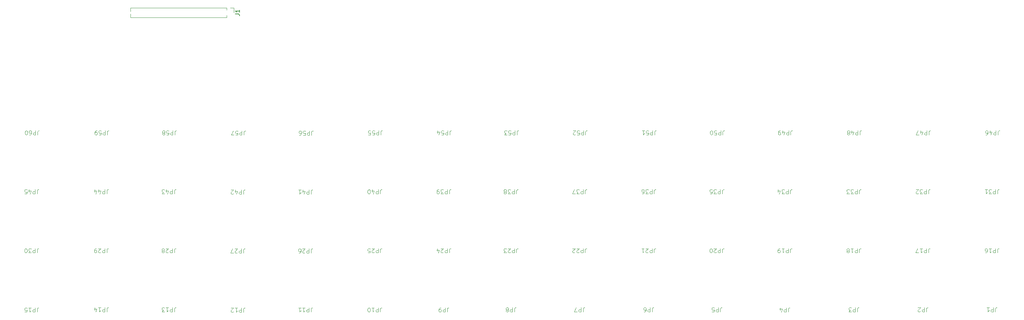
<source format=gbr>
%TF.GenerationSoftware,KiCad,Pcbnew,9.0.1*%
%TF.CreationDate,2025-06-21T12:16:08-05:00*%
%TF.ProjectId,OM-FlexGrid-Flex,4f4d2d46-6c65-4784-9772-69642d466c65,rev?*%
%TF.SameCoordinates,Original*%
%TF.FileFunction,Legend,Top*%
%TF.FilePolarity,Positive*%
%FSLAX46Y46*%
G04 Gerber Fmt 4.6, Leading zero omitted, Abs format (unit mm)*
G04 Created by KiCad (PCBNEW 9.0.1) date 2025-06-21 12:16:08*
%MOMM*%
%LPD*%
G01*
G04 APERTURE LIST*
%ADD10C,0.100000*%
%ADD11C,0.150000*%
%ADD12C,0.120000*%
G04 APERTURE END LIST*
D10*
X90359523Y-136339066D02*
X90359523Y-135624781D01*
X90359523Y-135624781D02*
X90407142Y-135481924D01*
X90407142Y-135481924D02*
X90502380Y-135386686D01*
X90502380Y-135386686D02*
X90645237Y-135339066D01*
X90645237Y-135339066D02*
X90740475Y-135339066D01*
X89883332Y-135339066D02*
X89883332Y-136339066D01*
X89883332Y-136339066D02*
X89502380Y-136339066D01*
X89502380Y-136339066D02*
X89407142Y-136291447D01*
X89407142Y-136291447D02*
X89359523Y-136243828D01*
X89359523Y-136243828D02*
X89311904Y-136148590D01*
X89311904Y-136148590D02*
X89311904Y-136005733D01*
X89311904Y-136005733D02*
X89359523Y-135910495D01*
X89359523Y-135910495D02*
X89407142Y-135862876D01*
X89407142Y-135862876D02*
X89502380Y-135815257D01*
X89502380Y-135815257D02*
X89883332Y-135815257D01*
X88359523Y-135339066D02*
X88930951Y-135339066D01*
X88645237Y-135339066D02*
X88645237Y-136339066D01*
X88645237Y-136339066D02*
X88740475Y-136196209D01*
X88740475Y-136196209D02*
X88835713Y-136100971D01*
X88835713Y-136100971D02*
X88930951Y-136053352D01*
X87978570Y-136243828D02*
X87930951Y-136291447D01*
X87930951Y-136291447D02*
X87835713Y-136339066D01*
X87835713Y-136339066D02*
X87597618Y-136339066D01*
X87597618Y-136339066D02*
X87502380Y-136291447D01*
X87502380Y-136291447D02*
X87454761Y-136243828D01*
X87454761Y-136243828D02*
X87407142Y-136148590D01*
X87407142Y-136148590D02*
X87407142Y-136053352D01*
X87407142Y-136053352D02*
X87454761Y-135910495D01*
X87454761Y-135910495D02*
X88026189Y-135339066D01*
X88026189Y-135339066D02*
X87407142Y-135339066D01*
X155109523Y-94237971D02*
X155109523Y-93523686D01*
X155109523Y-93523686D02*
X155157142Y-93380829D01*
X155157142Y-93380829D02*
X155252380Y-93285591D01*
X155252380Y-93285591D02*
X155395237Y-93237971D01*
X155395237Y-93237971D02*
X155490475Y-93237971D01*
X154633332Y-93237971D02*
X154633332Y-94237971D01*
X154633332Y-94237971D02*
X154252380Y-94237971D01*
X154252380Y-94237971D02*
X154157142Y-94190352D01*
X154157142Y-94190352D02*
X154109523Y-94142733D01*
X154109523Y-94142733D02*
X154061904Y-94047495D01*
X154061904Y-94047495D02*
X154061904Y-93904638D01*
X154061904Y-93904638D02*
X154109523Y-93809400D01*
X154109523Y-93809400D02*
X154157142Y-93761781D01*
X154157142Y-93761781D02*
X154252380Y-93714162D01*
X154252380Y-93714162D02*
X154633332Y-93714162D01*
X153157142Y-94237971D02*
X153633332Y-94237971D01*
X153633332Y-94237971D02*
X153680951Y-93761781D01*
X153680951Y-93761781D02*
X153633332Y-93809400D01*
X153633332Y-93809400D02*
X153538094Y-93857019D01*
X153538094Y-93857019D02*
X153299999Y-93857019D01*
X153299999Y-93857019D02*
X153204761Y-93809400D01*
X153204761Y-93809400D02*
X153157142Y-93761781D01*
X153157142Y-93761781D02*
X153109523Y-93666543D01*
X153109523Y-93666543D02*
X153109523Y-93428448D01*
X153109523Y-93428448D02*
X153157142Y-93333210D01*
X153157142Y-93333210D02*
X153204761Y-93285591D01*
X153204761Y-93285591D02*
X153299999Y-93237971D01*
X153299999Y-93237971D02*
X153538094Y-93237971D01*
X153538094Y-93237971D02*
X153633332Y-93285591D01*
X153633332Y-93285591D02*
X153680951Y-93333210D01*
X152776189Y-94237971D02*
X152157142Y-94237971D01*
X152157142Y-94237971D02*
X152490475Y-93857019D01*
X152490475Y-93857019D02*
X152347618Y-93857019D01*
X152347618Y-93857019D02*
X152252380Y-93809400D01*
X152252380Y-93809400D02*
X152204761Y-93761781D01*
X152204761Y-93761781D02*
X152157142Y-93666543D01*
X152157142Y-93666543D02*
X152157142Y-93428448D01*
X152157142Y-93428448D02*
X152204761Y-93333210D01*
X152204761Y-93333210D02*
X152252380Y-93285591D01*
X152252380Y-93285591D02*
X152347618Y-93237971D01*
X152347618Y-93237971D02*
X152633332Y-93237971D01*
X152633332Y-93237971D02*
X152728570Y-93285591D01*
X152728570Y-93285591D02*
X152776189Y-93333210D01*
X106469787Y-94299493D02*
X106469787Y-93585208D01*
X106469787Y-93585208D02*
X106517406Y-93442351D01*
X106517406Y-93442351D02*
X106612644Y-93347113D01*
X106612644Y-93347113D02*
X106755501Y-93299493D01*
X106755501Y-93299493D02*
X106850739Y-93299493D01*
X105993596Y-93299493D02*
X105993596Y-94299493D01*
X105993596Y-94299493D02*
X105612644Y-94299493D01*
X105612644Y-94299493D02*
X105517406Y-94251874D01*
X105517406Y-94251874D02*
X105469787Y-94204255D01*
X105469787Y-94204255D02*
X105422168Y-94109017D01*
X105422168Y-94109017D02*
X105422168Y-93966160D01*
X105422168Y-93966160D02*
X105469787Y-93870922D01*
X105469787Y-93870922D02*
X105517406Y-93823303D01*
X105517406Y-93823303D02*
X105612644Y-93775684D01*
X105612644Y-93775684D02*
X105993596Y-93775684D01*
X104517406Y-94299493D02*
X104993596Y-94299493D01*
X104993596Y-94299493D02*
X105041215Y-93823303D01*
X105041215Y-93823303D02*
X104993596Y-93870922D01*
X104993596Y-93870922D02*
X104898358Y-93918541D01*
X104898358Y-93918541D02*
X104660263Y-93918541D01*
X104660263Y-93918541D02*
X104565025Y-93870922D01*
X104565025Y-93870922D02*
X104517406Y-93823303D01*
X104517406Y-93823303D02*
X104469787Y-93728065D01*
X104469787Y-93728065D02*
X104469787Y-93489970D01*
X104469787Y-93489970D02*
X104517406Y-93394732D01*
X104517406Y-93394732D02*
X104565025Y-93347113D01*
X104565025Y-93347113D02*
X104660263Y-93299493D01*
X104660263Y-93299493D02*
X104898358Y-93299493D01*
X104898358Y-93299493D02*
X104993596Y-93347113D01*
X104993596Y-93347113D02*
X105041215Y-93394732D01*
X103612644Y-94299493D02*
X103803120Y-94299493D01*
X103803120Y-94299493D02*
X103898358Y-94251874D01*
X103898358Y-94251874D02*
X103945977Y-94204255D01*
X103945977Y-94204255D02*
X104041215Y-94061398D01*
X104041215Y-94061398D02*
X104088834Y-93870922D01*
X104088834Y-93870922D02*
X104088834Y-93489970D01*
X104088834Y-93489970D02*
X104041215Y-93394732D01*
X104041215Y-93394732D02*
X103993596Y-93347113D01*
X103993596Y-93347113D02*
X103898358Y-93299493D01*
X103898358Y-93299493D02*
X103707882Y-93299493D01*
X103707882Y-93299493D02*
X103612644Y-93347113D01*
X103612644Y-93347113D02*
X103565025Y-93394732D01*
X103565025Y-93394732D02*
X103517406Y-93489970D01*
X103517406Y-93489970D02*
X103517406Y-93728065D01*
X103517406Y-93728065D02*
X103565025Y-93823303D01*
X103565025Y-93823303D02*
X103612644Y-93870922D01*
X103612644Y-93870922D02*
X103707882Y-93918541D01*
X103707882Y-93918541D02*
X103898358Y-93918541D01*
X103898358Y-93918541D02*
X103993596Y-93870922D01*
X103993596Y-93870922D02*
X104041215Y-93823303D01*
X104041215Y-93823303D02*
X104088834Y-93728065D01*
X269027463Y-94237971D02*
X269027463Y-93523686D01*
X269027463Y-93523686D02*
X269075082Y-93380829D01*
X269075082Y-93380829D02*
X269170320Y-93285591D01*
X269170320Y-93285591D02*
X269313177Y-93237971D01*
X269313177Y-93237971D02*
X269408415Y-93237971D01*
X268551272Y-93237971D02*
X268551272Y-94237971D01*
X268551272Y-94237971D02*
X268170320Y-94237971D01*
X268170320Y-94237971D02*
X268075082Y-94190352D01*
X268075082Y-94190352D02*
X268027463Y-94142733D01*
X268027463Y-94142733D02*
X267979844Y-94047495D01*
X267979844Y-94047495D02*
X267979844Y-93904638D01*
X267979844Y-93904638D02*
X268027463Y-93809400D01*
X268027463Y-93809400D02*
X268075082Y-93761781D01*
X268075082Y-93761781D02*
X268170320Y-93714162D01*
X268170320Y-93714162D02*
X268551272Y-93714162D01*
X267122701Y-93904638D02*
X267122701Y-93237971D01*
X267360796Y-94285591D02*
X267598891Y-93571305D01*
X267598891Y-93571305D02*
X266979844Y-93571305D01*
X266170320Y-94237971D02*
X266360796Y-94237971D01*
X266360796Y-94237971D02*
X266456034Y-94190352D01*
X266456034Y-94190352D02*
X266503653Y-94142733D01*
X266503653Y-94142733D02*
X266598891Y-93999876D01*
X266598891Y-93999876D02*
X266646510Y-93809400D01*
X266646510Y-93809400D02*
X266646510Y-93428448D01*
X266646510Y-93428448D02*
X266598891Y-93333210D01*
X266598891Y-93333210D02*
X266551272Y-93285591D01*
X266551272Y-93285591D02*
X266456034Y-93237971D01*
X266456034Y-93237971D02*
X266265558Y-93237971D01*
X266265558Y-93237971D02*
X266170320Y-93285591D01*
X266170320Y-93285591D02*
X266122701Y-93333210D01*
X266122701Y-93333210D02*
X266075082Y-93428448D01*
X266075082Y-93428448D02*
X266075082Y-93666543D01*
X266075082Y-93666543D02*
X266122701Y-93761781D01*
X266122701Y-93761781D02*
X266170320Y-93809400D01*
X266170320Y-93809400D02*
X266265558Y-93857019D01*
X266265558Y-93857019D02*
X266456034Y-93857019D01*
X266456034Y-93857019D02*
X266551272Y-93809400D01*
X266551272Y-93809400D02*
X266598891Y-93761781D01*
X266598891Y-93761781D02*
X266646510Y-93666543D01*
X171249259Y-108235667D02*
X171249259Y-107521382D01*
X171249259Y-107521382D02*
X171296878Y-107378525D01*
X171296878Y-107378525D02*
X171392116Y-107283287D01*
X171392116Y-107283287D02*
X171534973Y-107235667D01*
X171534973Y-107235667D02*
X171630211Y-107235667D01*
X170773068Y-107235667D02*
X170773068Y-108235667D01*
X170773068Y-108235667D02*
X170392116Y-108235667D01*
X170392116Y-108235667D02*
X170296878Y-108188048D01*
X170296878Y-108188048D02*
X170249259Y-108140429D01*
X170249259Y-108140429D02*
X170201640Y-108045191D01*
X170201640Y-108045191D02*
X170201640Y-107902334D01*
X170201640Y-107902334D02*
X170249259Y-107807096D01*
X170249259Y-107807096D02*
X170296878Y-107759477D01*
X170296878Y-107759477D02*
X170392116Y-107711858D01*
X170392116Y-107711858D02*
X170773068Y-107711858D01*
X169868306Y-108235667D02*
X169249259Y-108235667D01*
X169249259Y-108235667D02*
X169582592Y-107854715D01*
X169582592Y-107854715D02*
X169439735Y-107854715D01*
X169439735Y-107854715D02*
X169344497Y-107807096D01*
X169344497Y-107807096D02*
X169296878Y-107759477D01*
X169296878Y-107759477D02*
X169249259Y-107664239D01*
X169249259Y-107664239D02*
X169249259Y-107426144D01*
X169249259Y-107426144D02*
X169296878Y-107330906D01*
X169296878Y-107330906D02*
X169344497Y-107283287D01*
X169344497Y-107283287D02*
X169439735Y-107235667D01*
X169439735Y-107235667D02*
X169725449Y-107235667D01*
X169725449Y-107235667D02*
X169820687Y-107283287D01*
X169820687Y-107283287D02*
X169868306Y-107330906D01*
X168915925Y-108235667D02*
X168249259Y-108235667D01*
X168249259Y-108235667D02*
X168677830Y-107235667D01*
D11*
X88449819Y-65583333D02*
X89164104Y-65583333D01*
X89164104Y-65583333D02*
X89306961Y-65630952D01*
X89306961Y-65630952D02*
X89402200Y-65726190D01*
X89402200Y-65726190D02*
X89449819Y-65869047D01*
X89449819Y-65869047D02*
X89449819Y-65964285D01*
X89449819Y-64583333D02*
X89449819Y-65154761D01*
X89449819Y-64869047D02*
X88449819Y-64869047D01*
X88449819Y-64869047D02*
X88592676Y-64964285D01*
X88592676Y-64964285D02*
X88687914Y-65059523D01*
X88687914Y-65059523D02*
X88735533Y-65154761D01*
D10*
X139109523Y-108235667D02*
X139109523Y-107521382D01*
X139109523Y-107521382D02*
X139157142Y-107378525D01*
X139157142Y-107378525D02*
X139252380Y-107283287D01*
X139252380Y-107283287D02*
X139395237Y-107235667D01*
X139395237Y-107235667D02*
X139490475Y-107235667D01*
X138633332Y-107235667D02*
X138633332Y-108235667D01*
X138633332Y-108235667D02*
X138252380Y-108235667D01*
X138252380Y-108235667D02*
X138157142Y-108188048D01*
X138157142Y-108188048D02*
X138109523Y-108140429D01*
X138109523Y-108140429D02*
X138061904Y-108045191D01*
X138061904Y-108045191D02*
X138061904Y-107902334D01*
X138061904Y-107902334D02*
X138109523Y-107807096D01*
X138109523Y-107807096D02*
X138157142Y-107759477D01*
X138157142Y-107759477D02*
X138252380Y-107711858D01*
X138252380Y-107711858D02*
X138633332Y-107711858D01*
X137728570Y-108235667D02*
X137109523Y-108235667D01*
X137109523Y-108235667D02*
X137442856Y-107854715D01*
X137442856Y-107854715D02*
X137299999Y-107854715D01*
X137299999Y-107854715D02*
X137204761Y-107807096D01*
X137204761Y-107807096D02*
X137157142Y-107759477D01*
X137157142Y-107759477D02*
X137109523Y-107664239D01*
X137109523Y-107664239D02*
X137109523Y-107426144D01*
X137109523Y-107426144D02*
X137157142Y-107330906D01*
X137157142Y-107330906D02*
X137204761Y-107283287D01*
X137204761Y-107283287D02*
X137299999Y-107235667D01*
X137299999Y-107235667D02*
X137585713Y-107235667D01*
X137585713Y-107235667D02*
X137680951Y-107283287D01*
X137680951Y-107283287D02*
X137728570Y-107330906D01*
X136633332Y-107235667D02*
X136442856Y-107235667D01*
X136442856Y-107235667D02*
X136347618Y-107283287D01*
X136347618Y-107283287D02*
X136299999Y-107330906D01*
X136299999Y-107330906D02*
X136204761Y-107473763D01*
X136204761Y-107473763D02*
X136157142Y-107664239D01*
X136157142Y-107664239D02*
X136157142Y-108045191D01*
X136157142Y-108045191D02*
X136204761Y-108140429D01*
X136204761Y-108140429D02*
X136252380Y-108188048D01*
X136252380Y-108188048D02*
X136347618Y-108235667D01*
X136347618Y-108235667D02*
X136538094Y-108235667D01*
X136538094Y-108235667D02*
X136633332Y-108188048D01*
X136633332Y-108188048D02*
X136680951Y-108140429D01*
X136680951Y-108140429D02*
X136728570Y-108045191D01*
X136728570Y-108045191D02*
X136728570Y-107807096D01*
X136728570Y-107807096D02*
X136680951Y-107711858D01*
X136680951Y-107711858D02*
X136633332Y-107664239D01*
X136633332Y-107664239D02*
X136538094Y-107616620D01*
X136538094Y-107616620D02*
X136347618Y-107616620D01*
X136347618Y-107616620D02*
X136252380Y-107664239D01*
X136252380Y-107664239D02*
X136204761Y-107711858D01*
X136204761Y-107711858D02*
X136157142Y-107807096D01*
X170773069Y-136231058D02*
X170773069Y-135516773D01*
X170773069Y-135516773D02*
X170820688Y-135373916D01*
X170820688Y-135373916D02*
X170915926Y-135278678D01*
X170915926Y-135278678D02*
X171058783Y-135231058D01*
X171058783Y-135231058D02*
X171154021Y-135231058D01*
X170296878Y-135231058D02*
X170296878Y-136231058D01*
X170296878Y-136231058D02*
X169915926Y-136231058D01*
X169915926Y-136231058D02*
X169820688Y-136183439D01*
X169820688Y-136183439D02*
X169773069Y-136135820D01*
X169773069Y-136135820D02*
X169725450Y-136040582D01*
X169725450Y-136040582D02*
X169725450Y-135897725D01*
X169725450Y-135897725D02*
X169773069Y-135802487D01*
X169773069Y-135802487D02*
X169820688Y-135754868D01*
X169820688Y-135754868D02*
X169915926Y-135707249D01*
X169915926Y-135707249D02*
X170296878Y-135707249D01*
X169392116Y-136231058D02*
X168725450Y-136231058D01*
X168725450Y-136231058D02*
X169154021Y-135231058D01*
X57999259Y-136231058D02*
X57999259Y-135516773D01*
X57999259Y-135516773D02*
X58046878Y-135373916D01*
X58046878Y-135373916D02*
X58142116Y-135278678D01*
X58142116Y-135278678D02*
X58284973Y-135231058D01*
X58284973Y-135231058D02*
X58380211Y-135231058D01*
X57523068Y-135231058D02*
X57523068Y-136231058D01*
X57523068Y-136231058D02*
X57142116Y-136231058D01*
X57142116Y-136231058D02*
X57046878Y-136183439D01*
X57046878Y-136183439D02*
X56999259Y-136135820D01*
X56999259Y-136135820D02*
X56951640Y-136040582D01*
X56951640Y-136040582D02*
X56951640Y-135897725D01*
X56951640Y-135897725D02*
X56999259Y-135802487D01*
X56999259Y-135802487D02*
X57046878Y-135754868D01*
X57046878Y-135754868D02*
X57142116Y-135707249D01*
X57142116Y-135707249D02*
X57523068Y-135707249D01*
X55999259Y-135231058D02*
X56570687Y-135231058D01*
X56284973Y-135231058D02*
X56284973Y-136231058D01*
X56284973Y-136231058D02*
X56380211Y-136088201D01*
X56380211Y-136088201D02*
X56475449Y-135992963D01*
X56475449Y-135992963D02*
X56570687Y-135945344D01*
X55142116Y-135897725D02*
X55142116Y-135231058D01*
X55380211Y-136278678D02*
X55618306Y-135564392D01*
X55618306Y-135564392D02*
X54999259Y-135564392D01*
X219847970Y-108235667D02*
X219847970Y-107521382D01*
X219847970Y-107521382D02*
X219895589Y-107378525D01*
X219895589Y-107378525D02*
X219990827Y-107283287D01*
X219990827Y-107283287D02*
X220133684Y-107235667D01*
X220133684Y-107235667D02*
X220228922Y-107235667D01*
X219371779Y-107235667D02*
X219371779Y-108235667D01*
X219371779Y-108235667D02*
X218990827Y-108235667D01*
X218990827Y-108235667D02*
X218895589Y-108188048D01*
X218895589Y-108188048D02*
X218847970Y-108140429D01*
X218847970Y-108140429D02*
X218800351Y-108045191D01*
X218800351Y-108045191D02*
X218800351Y-107902334D01*
X218800351Y-107902334D02*
X218847970Y-107807096D01*
X218847970Y-107807096D02*
X218895589Y-107759477D01*
X218895589Y-107759477D02*
X218990827Y-107711858D01*
X218990827Y-107711858D02*
X219371779Y-107711858D01*
X218467017Y-108235667D02*
X217847970Y-108235667D01*
X217847970Y-108235667D02*
X218181303Y-107854715D01*
X218181303Y-107854715D02*
X218038446Y-107854715D01*
X218038446Y-107854715D02*
X217943208Y-107807096D01*
X217943208Y-107807096D02*
X217895589Y-107759477D01*
X217895589Y-107759477D02*
X217847970Y-107664239D01*
X217847970Y-107664239D02*
X217847970Y-107426144D01*
X217847970Y-107426144D02*
X217895589Y-107330906D01*
X217895589Y-107330906D02*
X217943208Y-107283287D01*
X217943208Y-107283287D02*
X218038446Y-107235667D01*
X218038446Y-107235667D02*
X218324160Y-107235667D01*
X218324160Y-107235667D02*
X218419398Y-107283287D01*
X218419398Y-107283287D02*
X218467017Y-107330906D01*
X216990827Y-107902334D02*
X216990827Y-107235667D01*
X217228922Y-108283287D02*
X217467017Y-107569001D01*
X217467017Y-107569001D02*
X216847970Y-107569001D01*
X73999259Y-136231058D02*
X73999259Y-135516773D01*
X73999259Y-135516773D02*
X74046878Y-135373916D01*
X74046878Y-135373916D02*
X74142116Y-135278678D01*
X74142116Y-135278678D02*
X74284973Y-135231058D01*
X74284973Y-135231058D02*
X74380211Y-135231058D01*
X73523068Y-135231058D02*
X73523068Y-136231058D01*
X73523068Y-136231058D02*
X73142116Y-136231058D01*
X73142116Y-136231058D02*
X73046878Y-136183439D01*
X73046878Y-136183439D02*
X72999259Y-136135820D01*
X72999259Y-136135820D02*
X72951640Y-136040582D01*
X72951640Y-136040582D02*
X72951640Y-135897725D01*
X72951640Y-135897725D02*
X72999259Y-135802487D01*
X72999259Y-135802487D02*
X73046878Y-135754868D01*
X73046878Y-135754868D02*
X73142116Y-135707249D01*
X73142116Y-135707249D02*
X73523068Y-135707249D01*
X71999259Y-135231058D02*
X72570687Y-135231058D01*
X72284973Y-135231058D02*
X72284973Y-136231058D01*
X72284973Y-136231058D02*
X72380211Y-136088201D01*
X72380211Y-136088201D02*
X72475449Y-135992963D01*
X72475449Y-135992963D02*
X72570687Y-135945344D01*
X71665925Y-136231058D02*
X71046878Y-136231058D01*
X71046878Y-136231058D02*
X71380211Y-135850106D01*
X71380211Y-135850106D02*
X71237354Y-135850106D01*
X71237354Y-135850106D02*
X71142116Y-135802487D01*
X71142116Y-135802487D02*
X71094497Y-135754868D01*
X71094497Y-135754868D02*
X71046878Y-135659630D01*
X71046878Y-135659630D02*
X71046878Y-135421535D01*
X71046878Y-135421535D02*
X71094497Y-135326297D01*
X71094497Y-135326297D02*
X71142116Y-135278678D01*
X71142116Y-135278678D02*
X71237354Y-135231058D01*
X71237354Y-135231058D02*
X71523068Y-135231058D01*
X71523068Y-135231058D02*
X71618306Y-135278678D01*
X71618306Y-135278678D02*
X71665925Y-135326297D01*
X252560789Y-108235667D02*
X252560789Y-107521382D01*
X252560789Y-107521382D02*
X252608408Y-107378525D01*
X252608408Y-107378525D02*
X252703646Y-107283287D01*
X252703646Y-107283287D02*
X252846503Y-107235667D01*
X252846503Y-107235667D02*
X252941741Y-107235667D01*
X252084598Y-107235667D02*
X252084598Y-108235667D01*
X252084598Y-108235667D02*
X251703646Y-108235667D01*
X251703646Y-108235667D02*
X251608408Y-108188048D01*
X251608408Y-108188048D02*
X251560789Y-108140429D01*
X251560789Y-108140429D02*
X251513170Y-108045191D01*
X251513170Y-108045191D02*
X251513170Y-107902334D01*
X251513170Y-107902334D02*
X251560789Y-107807096D01*
X251560789Y-107807096D02*
X251608408Y-107759477D01*
X251608408Y-107759477D02*
X251703646Y-107711858D01*
X251703646Y-107711858D02*
X252084598Y-107711858D01*
X251179836Y-108235667D02*
X250560789Y-108235667D01*
X250560789Y-108235667D02*
X250894122Y-107854715D01*
X250894122Y-107854715D02*
X250751265Y-107854715D01*
X250751265Y-107854715D02*
X250656027Y-107807096D01*
X250656027Y-107807096D02*
X250608408Y-107759477D01*
X250608408Y-107759477D02*
X250560789Y-107664239D01*
X250560789Y-107664239D02*
X250560789Y-107426144D01*
X250560789Y-107426144D02*
X250608408Y-107330906D01*
X250608408Y-107330906D02*
X250656027Y-107283287D01*
X250656027Y-107283287D02*
X250751265Y-107235667D01*
X250751265Y-107235667D02*
X251036979Y-107235667D01*
X251036979Y-107235667D02*
X251132217Y-107283287D01*
X251132217Y-107283287D02*
X251179836Y-107330906D01*
X250179836Y-108140429D02*
X250132217Y-108188048D01*
X250132217Y-108188048D02*
X250036979Y-108235667D01*
X250036979Y-108235667D02*
X249798884Y-108235667D01*
X249798884Y-108235667D02*
X249703646Y-108188048D01*
X249703646Y-108188048D02*
X249656027Y-108140429D01*
X249656027Y-108140429D02*
X249608408Y-108045191D01*
X249608408Y-108045191D02*
X249608408Y-107949953D01*
X249608408Y-107949953D02*
X249656027Y-107807096D01*
X249656027Y-107807096D02*
X250227455Y-107235667D01*
X250227455Y-107235667D02*
X249608408Y-107235667D01*
X252560789Y-122233362D02*
X252560789Y-121519077D01*
X252560789Y-121519077D02*
X252608408Y-121376220D01*
X252608408Y-121376220D02*
X252703646Y-121280982D01*
X252703646Y-121280982D02*
X252846503Y-121233362D01*
X252846503Y-121233362D02*
X252941741Y-121233362D01*
X252084598Y-121233362D02*
X252084598Y-122233362D01*
X252084598Y-122233362D02*
X251703646Y-122233362D01*
X251703646Y-122233362D02*
X251608408Y-122185743D01*
X251608408Y-122185743D02*
X251560789Y-122138124D01*
X251560789Y-122138124D02*
X251513170Y-122042886D01*
X251513170Y-122042886D02*
X251513170Y-121900029D01*
X251513170Y-121900029D02*
X251560789Y-121804791D01*
X251560789Y-121804791D02*
X251608408Y-121757172D01*
X251608408Y-121757172D02*
X251703646Y-121709553D01*
X251703646Y-121709553D02*
X252084598Y-121709553D01*
X250560789Y-121233362D02*
X251132217Y-121233362D01*
X250846503Y-121233362D02*
X250846503Y-122233362D01*
X250846503Y-122233362D02*
X250941741Y-122090505D01*
X250941741Y-122090505D02*
X251036979Y-121995267D01*
X251036979Y-121995267D02*
X251132217Y-121947648D01*
X250227455Y-122233362D02*
X249560789Y-122233362D01*
X249560789Y-122233362D02*
X249989360Y-121233362D01*
X74109523Y-94237971D02*
X74109523Y-93523686D01*
X74109523Y-93523686D02*
X74157142Y-93380829D01*
X74157142Y-93380829D02*
X74252380Y-93285591D01*
X74252380Y-93285591D02*
X74395237Y-93237971D01*
X74395237Y-93237971D02*
X74490475Y-93237971D01*
X73633332Y-93237971D02*
X73633332Y-94237971D01*
X73633332Y-94237971D02*
X73252380Y-94237971D01*
X73252380Y-94237971D02*
X73157142Y-94190352D01*
X73157142Y-94190352D02*
X73109523Y-94142733D01*
X73109523Y-94142733D02*
X73061904Y-94047495D01*
X73061904Y-94047495D02*
X73061904Y-93904638D01*
X73061904Y-93904638D02*
X73109523Y-93809400D01*
X73109523Y-93809400D02*
X73157142Y-93761781D01*
X73157142Y-93761781D02*
X73252380Y-93714162D01*
X73252380Y-93714162D02*
X73633332Y-93714162D01*
X72157142Y-94237971D02*
X72633332Y-94237971D01*
X72633332Y-94237971D02*
X72680951Y-93761781D01*
X72680951Y-93761781D02*
X72633332Y-93809400D01*
X72633332Y-93809400D02*
X72538094Y-93857019D01*
X72538094Y-93857019D02*
X72299999Y-93857019D01*
X72299999Y-93857019D02*
X72204761Y-93809400D01*
X72204761Y-93809400D02*
X72157142Y-93761781D01*
X72157142Y-93761781D02*
X72109523Y-93666543D01*
X72109523Y-93666543D02*
X72109523Y-93428448D01*
X72109523Y-93428448D02*
X72157142Y-93333210D01*
X72157142Y-93333210D02*
X72204761Y-93285591D01*
X72204761Y-93285591D02*
X72299999Y-93237971D01*
X72299999Y-93237971D02*
X72538094Y-93237971D01*
X72538094Y-93237971D02*
X72633332Y-93285591D01*
X72633332Y-93285591D02*
X72680951Y-93333210D01*
X71538094Y-93809400D02*
X71633332Y-93857019D01*
X71633332Y-93857019D02*
X71680951Y-93904638D01*
X71680951Y-93904638D02*
X71728570Y-93999876D01*
X71728570Y-93999876D02*
X71728570Y-94047495D01*
X71728570Y-94047495D02*
X71680951Y-94142733D01*
X71680951Y-94142733D02*
X71633332Y-94190352D01*
X71633332Y-94190352D02*
X71538094Y-94237971D01*
X71538094Y-94237971D02*
X71347618Y-94237971D01*
X71347618Y-94237971D02*
X71252380Y-94190352D01*
X71252380Y-94190352D02*
X71204761Y-94142733D01*
X71204761Y-94142733D02*
X71157142Y-94047495D01*
X71157142Y-94047495D02*
X71157142Y-93999876D01*
X71157142Y-93999876D02*
X71204761Y-93904638D01*
X71204761Y-93904638D02*
X71252380Y-93857019D01*
X71252380Y-93857019D02*
X71347618Y-93809400D01*
X71347618Y-93809400D02*
X71538094Y-93809400D01*
X71538094Y-93809400D02*
X71633332Y-93761781D01*
X71633332Y-93761781D02*
X71680951Y-93714162D01*
X71680951Y-93714162D02*
X71728570Y-93618924D01*
X71728570Y-93618924D02*
X71728570Y-93428448D01*
X71728570Y-93428448D02*
X71680951Y-93333210D01*
X71680951Y-93333210D02*
X71633332Y-93285591D01*
X71633332Y-93285591D02*
X71538094Y-93237971D01*
X71538094Y-93237971D02*
X71347618Y-93237971D01*
X71347618Y-93237971D02*
X71252380Y-93285591D01*
X71252380Y-93285591D02*
X71204761Y-93333210D01*
X71204761Y-93333210D02*
X71157142Y-93428448D01*
X71157142Y-93428448D02*
X71157142Y-93618924D01*
X71157142Y-93618924D02*
X71204761Y-93714162D01*
X71204761Y-93714162D02*
X71252380Y-93761781D01*
X71252380Y-93761781D02*
X71347618Y-93809400D01*
X187133333Y-136231058D02*
X187133333Y-135516773D01*
X187133333Y-135516773D02*
X187180952Y-135373916D01*
X187180952Y-135373916D02*
X187276190Y-135278678D01*
X187276190Y-135278678D02*
X187419047Y-135231058D01*
X187419047Y-135231058D02*
X187514285Y-135231058D01*
X186657142Y-135231058D02*
X186657142Y-136231058D01*
X186657142Y-136231058D02*
X186276190Y-136231058D01*
X186276190Y-136231058D02*
X186180952Y-136183439D01*
X186180952Y-136183439D02*
X186133333Y-136135820D01*
X186133333Y-136135820D02*
X186085714Y-136040582D01*
X186085714Y-136040582D02*
X186085714Y-135897725D01*
X186085714Y-135897725D02*
X186133333Y-135802487D01*
X186133333Y-135802487D02*
X186180952Y-135754868D01*
X186180952Y-135754868D02*
X186276190Y-135707249D01*
X186276190Y-135707249D02*
X186657142Y-135707249D01*
X185228571Y-136231058D02*
X185419047Y-136231058D01*
X185419047Y-136231058D02*
X185514285Y-136183439D01*
X185514285Y-136183439D02*
X185561904Y-136135820D01*
X185561904Y-136135820D02*
X185657142Y-135992963D01*
X185657142Y-135992963D02*
X185704761Y-135802487D01*
X185704761Y-135802487D02*
X185704761Y-135421535D01*
X185704761Y-135421535D02*
X185657142Y-135326297D01*
X185657142Y-135326297D02*
X185609523Y-135278678D01*
X185609523Y-135278678D02*
X185514285Y-135231058D01*
X185514285Y-135231058D02*
X185323809Y-135231058D01*
X185323809Y-135231058D02*
X185228571Y-135278678D01*
X185228571Y-135278678D02*
X185180952Y-135326297D01*
X185180952Y-135326297D02*
X185133333Y-135421535D01*
X185133333Y-135421535D02*
X185133333Y-135659630D01*
X185133333Y-135659630D02*
X185180952Y-135754868D01*
X185180952Y-135754868D02*
X185228571Y-135802487D01*
X185228571Y-135802487D02*
X185323809Y-135850106D01*
X185323809Y-135850106D02*
X185514285Y-135850106D01*
X185514285Y-135850106D02*
X185609523Y-135802487D01*
X185609523Y-135802487D02*
X185657142Y-135754868D01*
X185657142Y-135754868D02*
X185704761Y-135659630D01*
X57999259Y-122233362D02*
X57999259Y-121519077D01*
X57999259Y-121519077D02*
X58046878Y-121376220D01*
X58046878Y-121376220D02*
X58142116Y-121280982D01*
X58142116Y-121280982D02*
X58284973Y-121233362D01*
X58284973Y-121233362D02*
X58380211Y-121233362D01*
X57523068Y-121233362D02*
X57523068Y-122233362D01*
X57523068Y-122233362D02*
X57142116Y-122233362D01*
X57142116Y-122233362D02*
X57046878Y-122185743D01*
X57046878Y-122185743D02*
X56999259Y-122138124D01*
X56999259Y-122138124D02*
X56951640Y-122042886D01*
X56951640Y-122042886D02*
X56951640Y-121900029D01*
X56951640Y-121900029D02*
X56999259Y-121804791D01*
X56999259Y-121804791D02*
X57046878Y-121757172D01*
X57046878Y-121757172D02*
X57142116Y-121709553D01*
X57142116Y-121709553D02*
X57523068Y-121709553D01*
X56570687Y-122138124D02*
X56523068Y-122185743D01*
X56523068Y-122185743D02*
X56427830Y-122233362D01*
X56427830Y-122233362D02*
X56189735Y-122233362D01*
X56189735Y-122233362D02*
X56094497Y-122185743D01*
X56094497Y-122185743D02*
X56046878Y-122138124D01*
X56046878Y-122138124D02*
X55999259Y-122042886D01*
X55999259Y-122042886D02*
X55999259Y-121947648D01*
X55999259Y-121947648D02*
X56046878Y-121804791D01*
X56046878Y-121804791D02*
X56618306Y-121233362D01*
X56618306Y-121233362D02*
X55999259Y-121233362D01*
X55523068Y-121233362D02*
X55332592Y-121233362D01*
X55332592Y-121233362D02*
X55237354Y-121280982D01*
X55237354Y-121280982D02*
X55189735Y-121328601D01*
X55189735Y-121328601D02*
X55094497Y-121471458D01*
X55094497Y-121471458D02*
X55046878Y-121661934D01*
X55046878Y-121661934D02*
X55046878Y-122042886D01*
X55046878Y-122042886D02*
X55094497Y-122138124D01*
X55094497Y-122138124D02*
X55142116Y-122185743D01*
X55142116Y-122185743D02*
X55237354Y-122233362D01*
X55237354Y-122233362D02*
X55427830Y-122233362D01*
X55427830Y-122233362D02*
X55523068Y-122185743D01*
X55523068Y-122185743D02*
X55570687Y-122138124D01*
X55570687Y-122138124D02*
X55618306Y-122042886D01*
X55618306Y-122042886D02*
X55618306Y-121804791D01*
X55618306Y-121804791D02*
X55570687Y-121709553D01*
X55570687Y-121709553D02*
X55523068Y-121661934D01*
X55523068Y-121661934D02*
X55427830Y-121614315D01*
X55427830Y-121614315D02*
X55237354Y-121614315D01*
X55237354Y-121614315D02*
X55142116Y-121661934D01*
X55142116Y-121661934D02*
X55094497Y-121709553D01*
X55094497Y-121709553D02*
X55046878Y-121804791D01*
X73999259Y-108235667D02*
X73999259Y-107521382D01*
X73999259Y-107521382D02*
X74046878Y-107378525D01*
X74046878Y-107378525D02*
X74142116Y-107283287D01*
X74142116Y-107283287D02*
X74284973Y-107235667D01*
X74284973Y-107235667D02*
X74380211Y-107235667D01*
X73523068Y-107235667D02*
X73523068Y-108235667D01*
X73523068Y-108235667D02*
X73142116Y-108235667D01*
X73142116Y-108235667D02*
X73046878Y-108188048D01*
X73046878Y-108188048D02*
X72999259Y-108140429D01*
X72999259Y-108140429D02*
X72951640Y-108045191D01*
X72951640Y-108045191D02*
X72951640Y-107902334D01*
X72951640Y-107902334D02*
X72999259Y-107807096D01*
X72999259Y-107807096D02*
X73046878Y-107759477D01*
X73046878Y-107759477D02*
X73142116Y-107711858D01*
X73142116Y-107711858D02*
X73523068Y-107711858D01*
X72094497Y-107902334D02*
X72094497Y-107235667D01*
X72332592Y-108283287D02*
X72570687Y-107569001D01*
X72570687Y-107569001D02*
X71951640Y-107569001D01*
X71665925Y-108235667D02*
X71046878Y-108235667D01*
X71046878Y-108235667D02*
X71380211Y-107854715D01*
X71380211Y-107854715D02*
X71237354Y-107854715D01*
X71237354Y-107854715D02*
X71142116Y-107807096D01*
X71142116Y-107807096D02*
X71094497Y-107759477D01*
X71094497Y-107759477D02*
X71046878Y-107664239D01*
X71046878Y-107664239D02*
X71046878Y-107426144D01*
X71046878Y-107426144D02*
X71094497Y-107330906D01*
X71094497Y-107330906D02*
X71142116Y-107283287D01*
X71142116Y-107283287D02*
X71237354Y-107235667D01*
X71237354Y-107235667D02*
X71523068Y-107235667D01*
X71523068Y-107235667D02*
X71618306Y-107283287D01*
X71618306Y-107283287D02*
X71665925Y-107330906D01*
X187609523Y-122233362D02*
X187609523Y-121519077D01*
X187609523Y-121519077D02*
X187657142Y-121376220D01*
X187657142Y-121376220D02*
X187752380Y-121280982D01*
X187752380Y-121280982D02*
X187895237Y-121233362D01*
X187895237Y-121233362D02*
X187990475Y-121233362D01*
X187133332Y-121233362D02*
X187133332Y-122233362D01*
X187133332Y-122233362D02*
X186752380Y-122233362D01*
X186752380Y-122233362D02*
X186657142Y-122185743D01*
X186657142Y-122185743D02*
X186609523Y-122138124D01*
X186609523Y-122138124D02*
X186561904Y-122042886D01*
X186561904Y-122042886D02*
X186561904Y-121900029D01*
X186561904Y-121900029D02*
X186609523Y-121804791D01*
X186609523Y-121804791D02*
X186657142Y-121757172D01*
X186657142Y-121757172D02*
X186752380Y-121709553D01*
X186752380Y-121709553D02*
X187133332Y-121709553D01*
X186180951Y-122138124D02*
X186133332Y-122185743D01*
X186133332Y-122185743D02*
X186038094Y-122233362D01*
X186038094Y-122233362D02*
X185799999Y-122233362D01*
X185799999Y-122233362D02*
X185704761Y-122185743D01*
X185704761Y-122185743D02*
X185657142Y-122138124D01*
X185657142Y-122138124D02*
X185609523Y-122042886D01*
X185609523Y-122042886D02*
X185609523Y-121947648D01*
X185609523Y-121947648D02*
X185657142Y-121804791D01*
X185657142Y-121804791D02*
X186228570Y-121233362D01*
X186228570Y-121233362D02*
X185609523Y-121233362D01*
X184657142Y-121233362D02*
X185228570Y-121233362D01*
X184942856Y-121233362D02*
X184942856Y-122233362D01*
X184942856Y-122233362D02*
X185038094Y-122090505D01*
X185038094Y-122090505D02*
X185133332Y-121995267D01*
X185133332Y-121995267D02*
X185228570Y-121947648D01*
X139219787Y-94237971D02*
X139219787Y-93523686D01*
X139219787Y-93523686D02*
X139267406Y-93380829D01*
X139267406Y-93380829D02*
X139362644Y-93285591D01*
X139362644Y-93285591D02*
X139505501Y-93237971D01*
X139505501Y-93237971D02*
X139600739Y-93237971D01*
X138743596Y-93237971D02*
X138743596Y-94237971D01*
X138743596Y-94237971D02*
X138362644Y-94237971D01*
X138362644Y-94237971D02*
X138267406Y-94190352D01*
X138267406Y-94190352D02*
X138219787Y-94142733D01*
X138219787Y-94142733D02*
X138172168Y-94047495D01*
X138172168Y-94047495D02*
X138172168Y-93904638D01*
X138172168Y-93904638D02*
X138219787Y-93809400D01*
X138219787Y-93809400D02*
X138267406Y-93761781D01*
X138267406Y-93761781D02*
X138362644Y-93714162D01*
X138362644Y-93714162D02*
X138743596Y-93714162D01*
X137267406Y-94237971D02*
X137743596Y-94237971D01*
X137743596Y-94237971D02*
X137791215Y-93761781D01*
X137791215Y-93761781D02*
X137743596Y-93809400D01*
X137743596Y-93809400D02*
X137648358Y-93857019D01*
X137648358Y-93857019D02*
X137410263Y-93857019D01*
X137410263Y-93857019D02*
X137315025Y-93809400D01*
X137315025Y-93809400D02*
X137267406Y-93761781D01*
X137267406Y-93761781D02*
X137219787Y-93666543D01*
X137219787Y-93666543D02*
X137219787Y-93428448D01*
X137219787Y-93428448D02*
X137267406Y-93333210D01*
X137267406Y-93333210D02*
X137315025Y-93285591D01*
X137315025Y-93285591D02*
X137410263Y-93237971D01*
X137410263Y-93237971D02*
X137648358Y-93237971D01*
X137648358Y-93237971D02*
X137743596Y-93285591D01*
X137743596Y-93285591D02*
X137791215Y-93333210D01*
X136362644Y-93904638D02*
X136362644Y-93237971D01*
X136600739Y-94285591D02*
X136838834Y-93571305D01*
X136838834Y-93571305D02*
X136219787Y-93571305D01*
X203749259Y-122233362D02*
X203749259Y-121519077D01*
X203749259Y-121519077D02*
X203796878Y-121376220D01*
X203796878Y-121376220D02*
X203892116Y-121280982D01*
X203892116Y-121280982D02*
X204034973Y-121233362D01*
X204034973Y-121233362D02*
X204130211Y-121233362D01*
X203273068Y-121233362D02*
X203273068Y-122233362D01*
X203273068Y-122233362D02*
X202892116Y-122233362D01*
X202892116Y-122233362D02*
X202796878Y-122185743D01*
X202796878Y-122185743D02*
X202749259Y-122138124D01*
X202749259Y-122138124D02*
X202701640Y-122042886D01*
X202701640Y-122042886D02*
X202701640Y-121900029D01*
X202701640Y-121900029D02*
X202749259Y-121804791D01*
X202749259Y-121804791D02*
X202796878Y-121757172D01*
X202796878Y-121757172D02*
X202892116Y-121709553D01*
X202892116Y-121709553D02*
X203273068Y-121709553D01*
X202320687Y-122138124D02*
X202273068Y-122185743D01*
X202273068Y-122185743D02*
X202177830Y-122233362D01*
X202177830Y-122233362D02*
X201939735Y-122233362D01*
X201939735Y-122233362D02*
X201844497Y-122185743D01*
X201844497Y-122185743D02*
X201796878Y-122138124D01*
X201796878Y-122138124D02*
X201749259Y-122042886D01*
X201749259Y-122042886D02*
X201749259Y-121947648D01*
X201749259Y-121947648D02*
X201796878Y-121804791D01*
X201796878Y-121804791D02*
X202368306Y-121233362D01*
X202368306Y-121233362D02*
X201749259Y-121233362D01*
X201130211Y-122233362D02*
X201034973Y-122233362D01*
X201034973Y-122233362D02*
X200939735Y-122185743D01*
X200939735Y-122185743D02*
X200892116Y-122138124D01*
X200892116Y-122138124D02*
X200844497Y-122042886D01*
X200844497Y-122042886D02*
X200796878Y-121852410D01*
X200796878Y-121852410D02*
X200796878Y-121614315D01*
X200796878Y-121614315D02*
X200844497Y-121423839D01*
X200844497Y-121423839D02*
X200892116Y-121328601D01*
X200892116Y-121328601D02*
X200939735Y-121280982D01*
X200939735Y-121280982D02*
X201034973Y-121233362D01*
X201034973Y-121233362D02*
X201130211Y-121233362D01*
X201130211Y-121233362D02*
X201225449Y-121280982D01*
X201225449Y-121280982D02*
X201273068Y-121328601D01*
X201273068Y-121328601D02*
X201320687Y-121423839D01*
X201320687Y-121423839D02*
X201368306Y-121614315D01*
X201368306Y-121614315D02*
X201368306Y-121852410D01*
X201368306Y-121852410D02*
X201320687Y-122042886D01*
X201320687Y-122042886D02*
X201273068Y-122138124D01*
X201273068Y-122138124D02*
X201225449Y-122185743D01*
X201225449Y-122185743D02*
X201130211Y-122233362D01*
X57999259Y-108235667D02*
X57999259Y-107521382D01*
X57999259Y-107521382D02*
X58046878Y-107378525D01*
X58046878Y-107378525D02*
X58142116Y-107283287D01*
X58142116Y-107283287D02*
X58284973Y-107235667D01*
X58284973Y-107235667D02*
X58380211Y-107235667D01*
X57523068Y-107235667D02*
X57523068Y-108235667D01*
X57523068Y-108235667D02*
X57142116Y-108235667D01*
X57142116Y-108235667D02*
X57046878Y-108188048D01*
X57046878Y-108188048D02*
X56999259Y-108140429D01*
X56999259Y-108140429D02*
X56951640Y-108045191D01*
X56951640Y-108045191D02*
X56951640Y-107902334D01*
X56951640Y-107902334D02*
X56999259Y-107807096D01*
X56999259Y-107807096D02*
X57046878Y-107759477D01*
X57046878Y-107759477D02*
X57142116Y-107711858D01*
X57142116Y-107711858D02*
X57523068Y-107711858D01*
X56094497Y-107902334D02*
X56094497Y-107235667D01*
X56332592Y-108283287D02*
X56570687Y-107569001D01*
X56570687Y-107569001D02*
X55951640Y-107569001D01*
X55142116Y-107902334D02*
X55142116Y-107235667D01*
X55380211Y-108283287D02*
X55618306Y-107569001D01*
X55618306Y-107569001D02*
X54999259Y-107569001D01*
X154999259Y-108235667D02*
X154999259Y-107521382D01*
X154999259Y-107521382D02*
X155046878Y-107378525D01*
X155046878Y-107378525D02*
X155142116Y-107283287D01*
X155142116Y-107283287D02*
X155284973Y-107235667D01*
X155284973Y-107235667D02*
X155380211Y-107235667D01*
X154523068Y-107235667D02*
X154523068Y-108235667D01*
X154523068Y-108235667D02*
X154142116Y-108235667D01*
X154142116Y-108235667D02*
X154046878Y-108188048D01*
X154046878Y-108188048D02*
X153999259Y-108140429D01*
X153999259Y-108140429D02*
X153951640Y-108045191D01*
X153951640Y-108045191D02*
X153951640Y-107902334D01*
X153951640Y-107902334D02*
X153999259Y-107807096D01*
X153999259Y-107807096D02*
X154046878Y-107759477D01*
X154046878Y-107759477D02*
X154142116Y-107711858D01*
X154142116Y-107711858D02*
X154523068Y-107711858D01*
X153618306Y-108235667D02*
X152999259Y-108235667D01*
X152999259Y-108235667D02*
X153332592Y-107854715D01*
X153332592Y-107854715D02*
X153189735Y-107854715D01*
X153189735Y-107854715D02*
X153094497Y-107807096D01*
X153094497Y-107807096D02*
X153046878Y-107759477D01*
X153046878Y-107759477D02*
X152999259Y-107664239D01*
X152999259Y-107664239D02*
X152999259Y-107426144D01*
X152999259Y-107426144D02*
X153046878Y-107330906D01*
X153046878Y-107330906D02*
X153094497Y-107283287D01*
X153094497Y-107283287D02*
X153189735Y-107235667D01*
X153189735Y-107235667D02*
X153475449Y-107235667D01*
X153475449Y-107235667D02*
X153570687Y-107283287D01*
X153570687Y-107283287D02*
X153618306Y-107330906D01*
X152427830Y-107807096D02*
X152523068Y-107854715D01*
X152523068Y-107854715D02*
X152570687Y-107902334D01*
X152570687Y-107902334D02*
X152618306Y-107997572D01*
X152618306Y-107997572D02*
X152618306Y-108045191D01*
X152618306Y-108045191D02*
X152570687Y-108140429D01*
X152570687Y-108140429D02*
X152523068Y-108188048D01*
X152523068Y-108188048D02*
X152427830Y-108235667D01*
X152427830Y-108235667D02*
X152237354Y-108235667D01*
X152237354Y-108235667D02*
X152142116Y-108188048D01*
X152142116Y-108188048D02*
X152094497Y-108140429D01*
X152094497Y-108140429D02*
X152046878Y-108045191D01*
X152046878Y-108045191D02*
X152046878Y-107997572D01*
X152046878Y-107997572D02*
X152094497Y-107902334D01*
X152094497Y-107902334D02*
X152142116Y-107854715D01*
X152142116Y-107854715D02*
X152237354Y-107807096D01*
X152237354Y-107807096D02*
X152427830Y-107807096D01*
X152427830Y-107807096D02*
X152523068Y-107759477D01*
X152523068Y-107759477D02*
X152570687Y-107711858D01*
X152570687Y-107711858D02*
X152618306Y-107616620D01*
X152618306Y-107616620D02*
X152618306Y-107426144D01*
X152618306Y-107426144D02*
X152570687Y-107330906D01*
X152570687Y-107330906D02*
X152523068Y-107283287D01*
X152523068Y-107283287D02*
X152427830Y-107235667D01*
X152427830Y-107235667D02*
X152237354Y-107235667D01*
X152237354Y-107235667D02*
X152142116Y-107283287D01*
X152142116Y-107283287D02*
X152094497Y-107330906D01*
X152094497Y-107330906D02*
X152046878Y-107426144D01*
X152046878Y-107426144D02*
X152046878Y-107616620D01*
X152046878Y-107616620D02*
X152094497Y-107711858D01*
X152094497Y-107711858D02*
X152142116Y-107759477D01*
X152142116Y-107759477D02*
X152237354Y-107807096D01*
X235728189Y-136231058D02*
X235728189Y-135516773D01*
X235728189Y-135516773D02*
X235775808Y-135373916D01*
X235775808Y-135373916D02*
X235871046Y-135278678D01*
X235871046Y-135278678D02*
X236013903Y-135231058D01*
X236013903Y-135231058D02*
X236109141Y-135231058D01*
X235251998Y-135231058D02*
X235251998Y-136231058D01*
X235251998Y-136231058D02*
X234871046Y-136231058D01*
X234871046Y-136231058D02*
X234775808Y-136183439D01*
X234775808Y-136183439D02*
X234728189Y-136135820D01*
X234728189Y-136135820D02*
X234680570Y-136040582D01*
X234680570Y-136040582D02*
X234680570Y-135897725D01*
X234680570Y-135897725D02*
X234728189Y-135802487D01*
X234728189Y-135802487D02*
X234775808Y-135754868D01*
X234775808Y-135754868D02*
X234871046Y-135707249D01*
X234871046Y-135707249D02*
X235251998Y-135707249D01*
X234347236Y-136231058D02*
X233728189Y-136231058D01*
X233728189Y-136231058D02*
X234061522Y-135850106D01*
X234061522Y-135850106D02*
X233918665Y-135850106D01*
X233918665Y-135850106D02*
X233823427Y-135802487D01*
X233823427Y-135802487D02*
X233775808Y-135754868D01*
X233775808Y-135754868D02*
X233728189Y-135659630D01*
X233728189Y-135659630D02*
X233728189Y-135421535D01*
X233728189Y-135421535D02*
X233775808Y-135326297D01*
X233775808Y-135326297D02*
X233823427Y-135278678D01*
X233823427Y-135278678D02*
X233918665Y-135231058D01*
X233918665Y-135231058D02*
X234204379Y-135231058D01*
X234204379Y-135231058D02*
X234299617Y-135278678D01*
X234299617Y-135278678D02*
X234347236Y-135326297D01*
X90469787Y-94297188D02*
X90469787Y-93582903D01*
X90469787Y-93582903D02*
X90517406Y-93440046D01*
X90517406Y-93440046D02*
X90612644Y-93344808D01*
X90612644Y-93344808D02*
X90755501Y-93297188D01*
X90755501Y-93297188D02*
X90850739Y-93297188D01*
X89993596Y-93297188D02*
X89993596Y-94297188D01*
X89993596Y-94297188D02*
X89612644Y-94297188D01*
X89612644Y-94297188D02*
X89517406Y-94249569D01*
X89517406Y-94249569D02*
X89469787Y-94201950D01*
X89469787Y-94201950D02*
X89422168Y-94106712D01*
X89422168Y-94106712D02*
X89422168Y-93963855D01*
X89422168Y-93963855D02*
X89469787Y-93868617D01*
X89469787Y-93868617D02*
X89517406Y-93820998D01*
X89517406Y-93820998D02*
X89612644Y-93773379D01*
X89612644Y-93773379D02*
X89993596Y-93773379D01*
X88517406Y-94297188D02*
X88993596Y-94297188D01*
X88993596Y-94297188D02*
X89041215Y-93820998D01*
X89041215Y-93820998D02*
X88993596Y-93868617D01*
X88993596Y-93868617D02*
X88898358Y-93916236D01*
X88898358Y-93916236D02*
X88660263Y-93916236D01*
X88660263Y-93916236D02*
X88565025Y-93868617D01*
X88565025Y-93868617D02*
X88517406Y-93820998D01*
X88517406Y-93820998D02*
X88469787Y-93725760D01*
X88469787Y-93725760D02*
X88469787Y-93487665D01*
X88469787Y-93487665D02*
X88517406Y-93392427D01*
X88517406Y-93392427D02*
X88565025Y-93344808D01*
X88565025Y-93344808D02*
X88660263Y-93297188D01*
X88660263Y-93297188D02*
X88898358Y-93297188D01*
X88898358Y-93297188D02*
X88993596Y-93344808D01*
X88993596Y-93344808D02*
X89041215Y-93392427D01*
X88136453Y-94297188D02*
X87469787Y-94297188D01*
X87469787Y-94297188D02*
X87898358Y-93297188D01*
X203859523Y-94237971D02*
X203859523Y-93523686D01*
X203859523Y-93523686D02*
X203907142Y-93380829D01*
X203907142Y-93380829D02*
X204002380Y-93285591D01*
X204002380Y-93285591D02*
X204145237Y-93237971D01*
X204145237Y-93237971D02*
X204240475Y-93237971D01*
X203383332Y-93237971D02*
X203383332Y-94237971D01*
X203383332Y-94237971D02*
X203002380Y-94237971D01*
X203002380Y-94237971D02*
X202907142Y-94190352D01*
X202907142Y-94190352D02*
X202859523Y-94142733D01*
X202859523Y-94142733D02*
X202811904Y-94047495D01*
X202811904Y-94047495D02*
X202811904Y-93904638D01*
X202811904Y-93904638D02*
X202859523Y-93809400D01*
X202859523Y-93809400D02*
X202907142Y-93761781D01*
X202907142Y-93761781D02*
X203002380Y-93714162D01*
X203002380Y-93714162D02*
X203383332Y-93714162D01*
X201907142Y-94237971D02*
X202383332Y-94237971D01*
X202383332Y-94237971D02*
X202430951Y-93761781D01*
X202430951Y-93761781D02*
X202383332Y-93809400D01*
X202383332Y-93809400D02*
X202288094Y-93857019D01*
X202288094Y-93857019D02*
X202049999Y-93857019D01*
X202049999Y-93857019D02*
X201954761Y-93809400D01*
X201954761Y-93809400D02*
X201907142Y-93761781D01*
X201907142Y-93761781D02*
X201859523Y-93666543D01*
X201859523Y-93666543D02*
X201859523Y-93428448D01*
X201859523Y-93428448D02*
X201907142Y-93333210D01*
X201907142Y-93333210D02*
X201954761Y-93285591D01*
X201954761Y-93285591D02*
X202049999Y-93237971D01*
X202049999Y-93237971D02*
X202288094Y-93237971D01*
X202288094Y-93237971D02*
X202383332Y-93285591D01*
X202383332Y-93285591D02*
X202430951Y-93333210D01*
X201240475Y-94237971D02*
X201145237Y-94237971D01*
X201145237Y-94237971D02*
X201049999Y-94190352D01*
X201049999Y-94190352D02*
X201002380Y-94142733D01*
X201002380Y-94142733D02*
X200954761Y-94047495D01*
X200954761Y-94047495D02*
X200907142Y-93857019D01*
X200907142Y-93857019D02*
X200907142Y-93618924D01*
X200907142Y-93618924D02*
X200954761Y-93428448D01*
X200954761Y-93428448D02*
X201002380Y-93333210D01*
X201002380Y-93333210D02*
X201049999Y-93285591D01*
X201049999Y-93285591D02*
X201145237Y-93237971D01*
X201145237Y-93237971D02*
X201240475Y-93237971D01*
X201240475Y-93237971D02*
X201335713Y-93285591D01*
X201335713Y-93285591D02*
X201383332Y-93333210D01*
X201383332Y-93333210D02*
X201430951Y-93428448D01*
X201430951Y-93428448D02*
X201478570Y-93618924D01*
X201478570Y-93618924D02*
X201478570Y-93857019D01*
X201478570Y-93857019D02*
X201430951Y-94047495D01*
X201430951Y-94047495D02*
X201383332Y-94142733D01*
X201383332Y-94142733D02*
X201335713Y-94190352D01*
X201335713Y-94190352D02*
X201240475Y-94237971D01*
X122749259Y-122233362D02*
X122749259Y-121519077D01*
X122749259Y-121519077D02*
X122796878Y-121376220D01*
X122796878Y-121376220D02*
X122892116Y-121280982D01*
X122892116Y-121280982D02*
X123034973Y-121233362D01*
X123034973Y-121233362D02*
X123130211Y-121233362D01*
X122273068Y-121233362D02*
X122273068Y-122233362D01*
X122273068Y-122233362D02*
X121892116Y-122233362D01*
X121892116Y-122233362D02*
X121796878Y-122185743D01*
X121796878Y-122185743D02*
X121749259Y-122138124D01*
X121749259Y-122138124D02*
X121701640Y-122042886D01*
X121701640Y-122042886D02*
X121701640Y-121900029D01*
X121701640Y-121900029D02*
X121749259Y-121804791D01*
X121749259Y-121804791D02*
X121796878Y-121757172D01*
X121796878Y-121757172D02*
X121892116Y-121709553D01*
X121892116Y-121709553D02*
X122273068Y-121709553D01*
X121320687Y-122138124D02*
X121273068Y-122185743D01*
X121273068Y-122185743D02*
X121177830Y-122233362D01*
X121177830Y-122233362D02*
X120939735Y-122233362D01*
X120939735Y-122233362D02*
X120844497Y-122185743D01*
X120844497Y-122185743D02*
X120796878Y-122138124D01*
X120796878Y-122138124D02*
X120749259Y-122042886D01*
X120749259Y-122042886D02*
X120749259Y-121947648D01*
X120749259Y-121947648D02*
X120796878Y-121804791D01*
X120796878Y-121804791D02*
X121368306Y-121233362D01*
X121368306Y-121233362D02*
X120749259Y-121233362D01*
X119844497Y-122233362D02*
X120320687Y-122233362D01*
X120320687Y-122233362D02*
X120368306Y-121757172D01*
X120368306Y-121757172D02*
X120320687Y-121804791D01*
X120320687Y-121804791D02*
X120225449Y-121852410D01*
X120225449Y-121852410D02*
X119987354Y-121852410D01*
X119987354Y-121852410D02*
X119892116Y-121804791D01*
X119892116Y-121804791D02*
X119844497Y-121757172D01*
X119844497Y-121757172D02*
X119796878Y-121661934D01*
X119796878Y-121661934D02*
X119796878Y-121423839D01*
X119796878Y-121423839D02*
X119844497Y-121328601D01*
X119844497Y-121328601D02*
X119892116Y-121280982D01*
X119892116Y-121280982D02*
X119987354Y-121233362D01*
X119987354Y-121233362D02*
X120225449Y-121233362D01*
X120225449Y-121233362D02*
X120320687Y-121280982D01*
X120320687Y-121280982D02*
X120368306Y-121328601D01*
X138633333Y-136279849D02*
X138633333Y-135565564D01*
X138633333Y-135565564D02*
X138680952Y-135422707D01*
X138680952Y-135422707D02*
X138776190Y-135327469D01*
X138776190Y-135327469D02*
X138919047Y-135279849D01*
X138919047Y-135279849D02*
X139014285Y-135279849D01*
X138157142Y-135279849D02*
X138157142Y-136279849D01*
X138157142Y-136279849D02*
X137776190Y-136279849D01*
X137776190Y-136279849D02*
X137680952Y-136232230D01*
X137680952Y-136232230D02*
X137633333Y-136184611D01*
X137633333Y-136184611D02*
X137585714Y-136089373D01*
X137585714Y-136089373D02*
X137585714Y-135946516D01*
X137585714Y-135946516D02*
X137633333Y-135851278D01*
X137633333Y-135851278D02*
X137680952Y-135803659D01*
X137680952Y-135803659D02*
X137776190Y-135756040D01*
X137776190Y-135756040D02*
X138157142Y-135756040D01*
X137109523Y-135279849D02*
X136919047Y-135279849D01*
X136919047Y-135279849D02*
X136823809Y-135327469D01*
X136823809Y-135327469D02*
X136776190Y-135375088D01*
X136776190Y-135375088D02*
X136680952Y-135517945D01*
X136680952Y-135517945D02*
X136633333Y-135708421D01*
X136633333Y-135708421D02*
X136633333Y-136089373D01*
X136633333Y-136089373D02*
X136680952Y-136184611D01*
X136680952Y-136184611D02*
X136728571Y-136232230D01*
X136728571Y-136232230D02*
X136823809Y-136279849D01*
X136823809Y-136279849D02*
X137014285Y-136279849D01*
X137014285Y-136279849D02*
X137109523Y-136232230D01*
X137109523Y-136232230D02*
X137157142Y-136184611D01*
X137157142Y-136184611D02*
X137204761Y-136089373D01*
X137204761Y-136089373D02*
X137204761Y-135851278D01*
X137204761Y-135851278D02*
X137157142Y-135756040D01*
X137157142Y-135756040D02*
X137109523Y-135708421D01*
X137109523Y-135708421D02*
X137014285Y-135660802D01*
X137014285Y-135660802D02*
X136823809Y-135660802D01*
X136823809Y-135660802D02*
X136728571Y-135708421D01*
X136728571Y-135708421D02*
X136680952Y-135756040D01*
X136680952Y-135756040D02*
X136633333Y-135851278D01*
X73999259Y-122233362D02*
X73999259Y-121519077D01*
X73999259Y-121519077D02*
X74046878Y-121376220D01*
X74046878Y-121376220D02*
X74142116Y-121280982D01*
X74142116Y-121280982D02*
X74284973Y-121233362D01*
X74284973Y-121233362D02*
X74380211Y-121233362D01*
X73523068Y-121233362D02*
X73523068Y-122233362D01*
X73523068Y-122233362D02*
X73142116Y-122233362D01*
X73142116Y-122233362D02*
X73046878Y-122185743D01*
X73046878Y-122185743D02*
X72999259Y-122138124D01*
X72999259Y-122138124D02*
X72951640Y-122042886D01*
X72951640Y-122042886D02*
X72951640Y-121900029D01*
X72951640Y-121900029D02*
X72999259Y-121804791D01*
X72999259Y-121804791D02*
X73046878Y-121757172D01*
X73046878Y-121757172D02*
X73142116Y-121709553D01*
X73142116Y-121709553D02*
X73523068Y-121709553D01*
X72570687Y-122138124D02*
X72523068Y-122185743D01*
X72523068Y-122185743D02*
X72427830Y-122233362D01*
X72427830Y-122233362D02*
X72189735Y-122233362D01*
X72189735Y-122233362D02*
X72094497Y-122185743D01*
X72094497Y-122185743D02*
X72046878Y-122138124D01*
X72046878Y-122138124D02*
X71999259Y-122042886D01*
X71999259Y-122042886D02*
X71999259Y-121947648D01*
X71999259Y-121947648D02*
X72046878Y-121804791D01*
X72046878Y-121804791D02*
X72618306Y-121233362D01*
X72618306Y-121233362D02*
X71999259Y-121233362D01*
X71427830Y-121804791D02*
X71523068Y-121852410D01*
X71523068Y-121852410D02*
X71570687Y-121900029D01*
X71570687Y-121900029D02*
X71618306Y-121995267D01*
X71618306Y-121995267D02*
X71618306Y-122042886D01*
X71618306Y-122042886D02*
X71570687Y-122138124D01*
X71570687Y-122138124D02*
X71523068Y-122185743D01*
X71523068Y-122185743D02*
X71427830Y-122233362D01*
X71427830Y-122233362D02*
X71237354Y-122233362D01*
X71237354Y-122233362D02*
X71142116Y-122185743D01*
X71142116Y-122185743D02*
X71094497Y-122138124D01*
X71094497Y-122138124D02*
X71046878Y-122042886D01*
X71046878Y-122042886D02*
X71046878Y-121995267D01*
X71046878Y-121995267D02*
X71094497Y-121900029D01*
X71094497Y-121900029D02*
X71142116Y-121852410D01*
X71142116Y-121852410D02*
X71237354Y-121804791D01*
X71237354Y-121804791D02*
X71427830Y-121804791D01*
X71427830Y-121804791D02*
X71523068Y-121757172D01*
X71523068Y-121757172D02*
X71570687Y-121709553D01*
X71570687Y-121709553D02*
X71618306Y-121614315D01*
X71618306Y-121614315D02*
X71618306Y-121423839D01*
X71618306Y-121423839D02*
X71570687Y-121328601D01*
X71570687Y-121328601D02*
X71523068Y-121280982D01*
X71523068Y-121280982D02*
X71427830Y-121233362D01*
X71427830Y-121233362D02*
X71237354Y-121233362D01*
X71237354Y-121233362D02*
X71142116Y-121280982D01*
X71142116Y-121280982D02*
X71094497Y-121328601D01*
X71094497Y-121328601D02*
X71046878Y-121423839D01*
X71046878Y-121423839D02*
X71046878Y-121614315D01*
X71046878Y-121614315D02*
X71094497Y-121709553D01*
X71094497Y-121709553D02*
X71142116Y-121757172D01*
X71142116Y-121757172D02*
X71237354Y-121804791D01*
X171359523Y-94237971D02*
X171359523Y-93523686D01*
X171359523Y-93523686D02*
X171407142Y-93380829D01*
X171407142Y-93380829D02*
X171502380Y-93285591D01*
X171502380Y-93285591D02*
X171645237Y-93237971D01*
X171645237Y-93237971D02*
X171740475Y-93237971D01*
X170883332Y-93237971D02*
X170883332Y-94237971D01*
X170883332Y-94237971D02*
X170502380Y-94237971D01*
X170502380Y-94237971D02*
X170407142Y-94190352D01*
X170407142Y-94190352D02*
X170359523Y-94142733D01*
X170359523Y-94142733D02*
X170311904Y-94047495D01*
X170311904Y-94047495D02*
X170311904Y-93904638D01*
X170311904Y-93904638D02*
X170359523Y-93809400D01*
X170359523Y-93809400D02*
X170407142Y-93761781D01*
X170407142Y-93761781D02*
X170502380Y-93714162D01*
X170502380Y-93714162D02*
X170883332Y-93714162D01*
X169407142Y-94237971D02*
X169883332Y-94237971D01*
X169883332Y-94237971D02*
X169930951Y-93761781D01*
X169930951Y-93761781D02*
X169883332Y-93809400D01*
X169883332Y-93809400D02*
X169788094Y-93857019D01*
X169788094Y-93857019D02*
X169549999Y-93857019D01*
X169549999Y-93857019D02*
X169454761Y-93809400D01*
X169454761Y-93809400D02*
X169407142Y-93761781D01*
X169407142Y-93761781D02*
X169359523Y-93666543D01*
X169359523Y-93666543D02*
X169359523Y-93428448D01*
X169359523Y-93428448D02*
X169407142Y-93333210D01*
X169407142Y-93333210D02*
X169454761Y-93285591D01*
X169454761Y-93285591D02*
X169549999Y-93237971D01*
X169549999Y-93237971D02*
X169788094Y-93237971D01*
X169788094Y-93237971D02*
X169883332Y-93285591D01*
X169883332Y-93285591D02*
X169930951Y-93333210D01*
X168978570Y-94142733D02*
X168930951Y-94190352D01*
X168930951Y-94190352D02*
X168835713Y-94237971D01*
X168835713Y-94237971D02*
X168597618Y-94237971D01*
X168597618Y-94237971D02*
X168502380Y-94190352D01*
X168502380Y-94190352D02*
X168454761Y-94142733D01*
X168454761Y-94142733D02*
X168407142Y-94047495D01*
X168407142Y-94047495D02*
X168407142Y-93952257D01*
X168407142Y-93952257D02*
X168454761Y-93809400D01*
X168454761Y-93809400D02*
X169026189Y-93237971D01*
X169026189Y-93237971D02*
X168407142Y-93237971D01*
X187609523Y-108235667D02*
X187609523Y-107521382D01*
X187609523Y-107521382D02*
X187657142Y-107378525D01*
X187657142Y-107378525D02*
X187752380Y-107283287D01*
X187752380Y-107283287D02*
X187895237Y-107235667D01*
X187895237Y-107235667D02*
X187990475Y-107235667D01*
X187133332Y-107235667D02*
X187133332Y-108235667D01*
X187133332Y-108235667D02*
X186752380Y-108235667D01*
X186752380Y-108235667D02*
X186657142Y-108188048D01*
X186657142Y-108188048D02*
X186609523Y-108140429D01*
X186609523Y-108140429D02*
X186561904Y-108045191D01*
X186561904Y-108045191D02*
X186561904Y-107902334D01*
X186561904Y-107902334D02*
X186609523Y-107807096D01*
X186609523Y-107807096D02*
X186657142Y-107759477D01*
X186657142Y-107759477D02*
X186752380Y-107711858D01*
X186752380Y-107711858D02*
X187133332Y-107711858D01*
X186228570Y-108235667D02*
X185609523Y-108235667D01*
X185609523Y-108235667D02*
X185942856Y-107854715D01*
X185942856Y-107854715D02*
X185799999Y-107854715D01*
X185799999Y-107854715D02*
X185704761Y-107807096D01*
X185704761Y-107807096D02*
X185657142Y-107759477D01*
X185657142Y-107759477D02*
X185609523Y-107664239D01*
X185609523Y-107664239D02*
X185609523Y-107426144D01*
X185609523Y-107426144D02*
X185657142Y-107330906D01*
X185657142Y-107330906D02*
X185704761Y-107283287D01*
X185704761Y-107283287D02*
X185799999Y-107235667D01*
X185799999Y-107235667D02*
X186085713Y-107235667D01*
X186085713Y-107235667D02*
X186180951Y-107283287D01*
X186180951Y-107283287D02*
X186228570Y-107330906D01*
X184752380Y-108235667D02*
X184942856Y-108235667D01*
X184942856Y-108235667D02*
X185038094Y-108188048D01*
X185038094Y-108188048D02*
X185085713Y-108140429D01*
X185085713Y-108140429D02*
X185180951Y-107997572D01*
X185180951Y-107997572D02*
X185228570Y-107807096D01*
X185228570Y-107807096D02*
X185228570Y-107426144D01*
X185228570Y-107426144D02*
X185180951Y-107330906D01*
X185180951Y-107330906D02*
X185133332Y-107283287D01*
X185133332Y-107283287D02*
X185038094Y-107235667D01*
X185038094Y-107235667D02*
X184847618Y-107235667D01*
X184847618Y-107235667D02*
X184752380Y-107283287D01*
X184752380Y-107283287D02*
X184704761Y-107330906D01*
X184704761Y-107330906D02*
X184657142Y-107426144D01*
X184657142Y-107426144D02*
X184657142Y-107664239D01*
X184657142Y-107664239D02*
X184704761Y-107759477D01*
X184704761Y-107759477D02*
X184752380Y-107807096D01*
X184752380Y-107807096D02*
X184847618Y-107854715D01*
X184847618Y-107854715D02*
X185038094Y-107854715D01*
X185038094Y-107854715D02*
X185133332Y-107807096D01*
X185133332Y-107807096D02*
X185180951Y-107759477D01*
X185180951Y-107759477D02*
X185228570Y-107664239D01*
X106359523Y-136292580D02*
X106359523Y-135578295D01*
X106359523Y-135578295D02*
X106407142Y-135435438D01*
X106407142Y-135435438D02*
X106502380Y-135340200D01*
X106502380Y-135340200D02*
X106645237Y-135292580D01*
X106645237Y-135292580D02*
X106740475Y-135292580D01*
X105883332Y-135292580D02*
X105883332Y-136292580D01*
X105883332Y-136292580D02*
X105502380Y-136292580D01*
X105502380Y-136292580D02*
X105407142Y-136244961D01*
X105407142Y-136244961D02*
X105359523Y-136197342D01*
X105359523Y-136197342D02*
X105311904Y-136102104D01*
X105311904Y-136102104D02*
X105311904Y-135959247D01*
X105311904Y-135959247D02*
X105359523Y-135864009D01*
X105359523Y-135864009D02*
X105407142Y-135816390D01*
X105407142Y-135816390D02*
X105502380Y-135768771D01*
X105502380Y-135768771D02*
X105883332Y-135768771D01*
X104359523Y-135292580D02*
X104930951Y-135292580D01*
X104645237Y-135292580D02*
X104645237Y-136292580D01*
X104645237Y-136292580D02*
X104740475Y-136149723D01*
X104740475Y-136149723D02*
X104835713Y-136054485D01*
X104835713Y-136054485D02*
X104930951Y-136006866D01*
X103407142Y-135292580D02*
X103978570Y-135292580D01*
X103692856Y-135292580D02*
X103692856Y-136292580D01*
X103692856Y-136292580D02*
X103788094Y-136149723D01*
X103788094Y-136149723D02*
X103883332Y-136054485D01*
X103883332Y-136054485D02*
X103978570Y-136006866D01*
X203749259Y-108235667D02*
X203749259Y-107521382D01*
X203749259Y-107521382D02*
X203796878Y-107378525D01*
X203796878Y-107378525D02*
X203892116Y-107283287D01*
X203892116Y-107283287D02*
X204034973Y-107235667D01*
X204034973Y-107235667D02*
X204130211Y-107235667D01*
X203273068Y-107235667D02*
X203273068Y-108235667D01*
X203273068Y-108235667D02*
X202892116Y-108235667D01*
X202892116Y-108235667D02*
X202796878Y-108188048D01*
X202796878Y-108188048D02*
X202749259Y-108140429D01*
X202749259Y-108140429D02*
X202701640Y-108045191D01*
X202701640Y-108045191D02*
X202701640Y-107902334D01*
X202701640Y-107902334D02*
X202749259Y-107807096D01*
X202749259Y-107807096D02*
X202796878Y-107759477D01*
X202796878Y-107759477D02*
X202892116Y-107711858D01*
X202892116Y-107711858D02*
X203273068Y-107711858D01*
X202368306Y-108235667D02*
X201749259Y-108235667D01*
X201749259Y-108235667D02*
X202082592Y-107854715D01*
X202082592Y-107854715D02*
X201939735Y-107854715D01*
X201939735Y-107854715D02*
X201844497Y-107807096D01*
X201844497Y-107807096D02*
X201796878Y-107759477D01*
X201796878Y-107759477D02*
X201749259Y-107664239D01*
X201749259Y-107664239D02*
X201749259Y-107426144D01*
X201749259Y-107426144D02*
X201796878Y-107330906D01*
X201796878Y-107330906D02*
X201844497Y-107283287D01*
X201844497Y-107283287D02*
X201939735Y-107235667D01*
X201939735Y-107235667D02*
X202225449Y-107235667D01*
X202225449Y-107235667D02*
X202320687Y-107283287D01*
X202320687Y-107283287D02*
X202368306Y-107330906D01*
X200844497Y-108235667D02*
X201320687Y-108235667D01*
X201320687Y-108235667D02*
X201368306Y-107759477D01*
X201368306Y-107759477D02*
X201320687Y-107807096D01*
X201320687Y-107807096D02*
X201225449Y-107854715D01*
X201225449Y-107854715D02*
X200987354Y-107854715D01*
X200987354Y-107854715D02*
X200892116Y-107807096D01*
X200892116Y-107807096D02*
X200844497Y-107759477D01*
X200844497Y-107759477D02*
X200796878Y-107664239D01*
X200796878Y-107664239D02*
X200796878Y-107426144D01*
X200796878Y-107426144D02*
X200844497Y-107330906D01*
X200844497Y-107330906D02*
X200892116Y-107283287D01*
X200892116Y-107283287D02*
X200987354Y-107235667D01*
X200987354Y-107235667D02*
X201225449Y-107235667D01*
X201225449Y-107235667D02*
X201320687Y-107283287D01*
X201320687Y-107283287D02*
X201368306Y-107330906D01*
X122749259Y-136285553D02*
X122749259Y-135571268D01*
X122749259Y-135571268D02*
X122796878Y-135428411D01*
X122796878Y-135428411D02*
X122892116Y-135333173D01*
X122892116Y-135333173D02*
X123034973Y-135285553D01*
X123034973Y-135285553D02*
X123130211Y-135285553D01*
X122273068Y-135285553D02*
X122273068Y-136285553D01*
X122273068Y-136285553D02*
X121892116Y-136285553D01*
X121892116Y-136285553D02*
X121796878Y-136237934D01*
X121796878Y-136237934D02*
X121749259Y-136190315D01*
X121749259Y-136190315D02*
X121701640Y-136095077D01*
X121701640Y-136095077D02*
X121701640Y-135952220D01*
X121701640Y-135952220D02*
X121749259Y-135856982D01*
X121749259Y-135856982D02*
X121796878Y-135809363D01*
X121796878Y-135809363D02*
X121892116Y-135761744D01*
X121892116Y-135761744D02*
X122273068Y-135761744D01*
X120749259Y-135285553D02*
X121320687Y-135285553D01*
X121034973Y-135285553D02*
X121034973Y-136285553D01*
X121034973Y-136285553D02*
X121130211Y-136142696D01*
X121130211Y-136142696D02*
X121225449Y-136047458D01*
X121225449Y-136047458D02*
X121320687Y-135999839D01*
X120130211Y-136285553D02*
X120034973Y-136285553D01*
X120034973Y-136285553D02*
X119939735Y-136237934D01*
X119939735Y-136237934D02*
X119892116Y-136190315D01*
X119892116Y-136190315D02*
X119844497Y-136095077D01*
X119844497Y-136095077D02*
X119796878Y-135904601D01*
X119796878Y-135904601D02*
X119796878Y-135666506D01*
X119796878Y-135666506D02*
X119844497Y-135476030D01*
X119844497Y-135476030D02*
X119892116Y-135380792D01*
X119892116Y-135380792D02*
X119939735Y-135333173D01*
X119939735Y-135333173D02*
X120034973Y-135285553D01*
X120034973Y-135285553D02*
X120130211Y-135285553D01*
X120130211Y-135285553D02*
X120225449Y-135333173D01*
X120225449Y-135333173D02*
X120273068Y-135380792D01*
X120273068Y-135380792D02*
X120320687Y-135476030D01*
X120320687Y-135476030D02*
X120368306Y-135666506D01*
X120368306Y-135666506D02*
X120368306Y-135904601D01*
X120368306Y-135904601D02*
X120320687Y-136095077D01*
X120320687Y-136095077D02*
X120273068Y-136190315D01*
X120273068Y-136190315D02*
X120225449Y-136237934D01*
X120225449Y-136237934D02*
X120130211Y-136285553D01*
X268383333Y-136231058D02*
X268383333Y-135516773D01*
X268383333Y-135516773D02*
X268430952Y-135373916D01*
X268430952Y-135373916D02*
X268526190Y-135278678D01*
X268526190Y-135278678D02*
X268669047Y-135231058D01*
X268669047Y-135231058D02*
X268764285Y-135231058D01*
X267907142Y-135231058D02*
X267907142Y-136231058D01*
X267907142Y-136231058D02*
X267526190Y-136231058D01*
X267526190Y-136231058D02*
X267430952Y-136183439D01*
X267430952Y-136183439D02*
X267383333Y-136135820D01*
X267383333Y-136135820D02*
X267335714Y-136040582D01*
X267335714Y-136040582D02*
X267335714Y-135897725D01*
X267335714Y-135897725D02*
X267383333Y-135802487D01*
X267383333Y-135802487D02*
X267430952Y-135754868D01*
X267430952Y-135754868D02*
X267526190Y-135707249D01*
X267526190Y-135707249D02*
X267907142Y-135707249D01*
X266383333Y-135231058D02*
X266954761Y-135231058D01*
X266669047Y-135231058D02*
X266669047Y-136231058D01*
X266669047Y-136231058D02*
X266764285Y-136088201D01*
X266764285Y-136088201D02*
X266859523Y-135992963D01*
X266859523Y-135992963D02*
X266954761Y-135945344D01*
X219371780Y-136279849D02*
X219371780Y-135565564D01*
X219371780Y-135565564D02*
X219419399Y-135422707D01*
X219419399Y-135422707D02*
X219514637Y-135327469D01*
X219514637Y-135327469D02*
X219657494Y-135279849D01*
X219657494Y-135279849D02*
X219752732Y-135279849D01*
X218895589Y-135279849D02*
X218895589Y-136279849D01*
X218895589Y-136279849D02*
X218514637Y-136279849D01*
X218514637Y-136279849D02*
X218419399Y-136232230D01*
X218419399Y-136232230D02*
X218371780Y-136184611D01*
X218371780Y-136184611D02*
X218324161Y-136089373D01*
X218324161Y-136089373D02*
X218324161Y-135946516D01*
X218324161Y-135946516D02*
X218371780Y-135851278D01*
X218371780Y-135851278D02*
X218419399Y-135803659D01*
X218419399Y-135803659D02*
X218514637Y-135756040D01*
X218514637Y-135756040D02*
X218895589Y-135756040D01*
X217467018Y-135946516D02*
X217467018Y-135279849D01*
X217705113Y-136327469D02*
X217943208Y-135613183D01*
X217943208Y-135613183D02*
X217324161Y-135613183D01*
X106359523Y-108297189D02*
X106359523Y-107582904D01*
X106359523Y-107582904D02*
X106407142Y-107440047D01*
X106407142Y-107440047D02*
X106502380Y-107344809D01*
X106502380Y-107344809D02*
X106645237Y-107297189D01*
X106645237Y-107297189D02*
X106740475Y-107297189D01*
X105883332Y-107297189D02*
X105883332Y-108297189D01*
X105883332Y-108297189D02*
X105502380Y-108297189D01*
X105502380Y-108297189D02*
X105407142Y-108249570D01*
X105407142Y-108249570D02*
X105359523Y-108201951D01*
X105359523Y-108201951D02*
X105311904Y-108106713D01*
X105311904Y-108106713D02*
X105311904Y-107963856D01*
X105311904Y-107963856D02*
X105359523Y-107868618D01*
X105359523Y-107868618D02*
X105407142Y-107820999D01*
X105407142Y-107820999D02*
X105502380Y-107773380D01*
X105502380Y-107773380D02*
X105883332Y-107773380D01*
X104454761Y-107963856D02*
X104454761Y-107297189D01*
X104692856Y-108344809D02*
X104930951Y-107630523D01*
X104930951Y-107630523D02*
X104311904Y-107630523D01*
X103407142Y-107297189D02*
X103978570Y-107297189D01*
X103692856Y-107297189D02*
X103692856Y-108297189D01*
X103692856Y-108297189D02*
X103788094Y-108154332D01*
X103788094Y-108154332D02*
X103883332Y-108059094D01*
X103883332Y-108059094D02*
X103978570Y-108011475D01*
X203273069Y-136231058D02*
X203273069Y-135516773D01*
X203273069Y-135516773D02*
X203320688Y-135373916D01*
X203320688Y-135373916D02*
X203415926Y-135278678D01*
X203415926Y-135278678D02*
X203558783Y-135231058D01*
X203558783Y-135231058D02*
X203654021Y-135231058D01*
X202796878Y-135231058D02*
X202796878Y-136231058D01*
X202796878Y-136231058D02*
X202415926Y-136231058D01*
X202415926Y-136231058D02*
X202320688Y-136183439D01*
X202320688Y-136183439D02*
X202273069Y-136135820D01*
X202273069Y-136135820D02*
X202225450Y-136040582D01*
X202225450Y-136040582D02*
X202225450Y-135897725D01*
X202225450Y-135897725D02*
X202273069Y-135802487D01*
X202273069Y-135802487D02*
X202320688Y-135754868D01*
X202320688Y-135754868D02*
X202415926Y-135707249D01*
X202415926Y-135707249D02*
X202796878Y-135707249D01*
X201320688Y-136231058D02*
X201796878Y-136231058D01*
X201796878Y-136231058D02*
X201844497Y-135754868D01*
X201844497Y-135754868D02*
X201796878Y-135802487D01*
X201796878Y-135802487D02*
X201701640Y-135850106D01*
X201701640Y-135850106D02*
X201463545Y-135850106D01*
X201463545Y-135850106D02*
X201368307Y-135802487D01*
X201368307Y-135802487D02*
X201320688Y-135754868D01*
X201320688Y-135754868D02*
X201273069Y-135659630D01*
X201273069Y-135659630D02*
X201273069Y-135421535D01*
X201273069Y-135421535D02*
X201320688Y-135326297D01*
X201320688Y-135326297D02*
X201368307Y-135278678D01*
X201368307Y-135278678D02*
X201463545Y-135231058D01*
X201463545Y-135231058D02*
X201701640Y-135231058D01*
X201701640Y-135231058D02*
X201796878Y-135278678D01*
X201796878Y-135278678D02*
X201844497Y-135326297D01*
X236204379Y-108235667D02*
X236204379Y-107521382D01*
X236204379Y-107521382D02*
X236251998Y-107378525D01*
X236251998Y-107378525D02*
X236347236Y-107283287D01*
X236347236Y-107283287D02*
X236490093Y-107235667D01*
X236490093Y-107235667D02*
X236585331Y-107235667D01*
X235728188Y-107235667D02*
X235728188Y-108235667D01*
X235728188Y-108235667D02*
X235347236Y-108235667D01*
X235347236Y-108235667D02*
X235251998Y-108188048D01*
X235251998Y-108188048D02*
X235204379Y-108140429D01*
X235204379Y-108140429D02*
X235156760Y-108045191D01*
X235156760Y-108045191D02*
X235156760Y-107902334D01*
X235156760Y-107902334D02*
X235204379Y-107807096D01*
X235204379Y-107807096D02*
X235251998Y-107759477D01*
X235251998Y-107759477D02*
X235347236Y-107711858D01*
X235347236Y-107711858D02*
X235728188Y-107711858D01*
X234823426Y-108235667D02*
X234204379Y-108235667D01*
X234204379Y-108235667D02*
X234537712Y-107854715D01*
X234537712Y-107854715D02*
X234394855Y-107854715D01*
X234394855Y-107854715D02*
X234299617Y-107807096D01*
X234299617Y-107807096D02*
X234251998Y-107759477D01*
X234251998Y-107759477D02*
X234204379Y-107664239D01*
X234204379Y-107664239D02*
X234204379Y-107426144D01*
X234204379Y-107426144D02*
X234251998Y-107330906D01*
X234251998Y-107330906D02*
X234299617Y-107283287D01*
X234299617Y-107283287D02*
X234394855Y-107235667D01*
X234394855Y-107235667D02*
X234680569Y-107235667D01*
X234680569Y-107235667D02*
X234775807Y-107283287D01*
X234775807Y-107283287D02*
X234823426Y-107330906D01*
X233871045Y-108235667D02*
X233251998Y-108235667D01*
X233251998Y-108235667D02*
X233585331Y-107854715D01*
X233585331Y-107854715D02*
X233442474Y-107854715D01*
X233442474Y-107854715D02*
X233347236Y-107807096D01*
X233347236Y-107807096D02*
X233299617Y-107759477D01*
X233299617Y-107759477D02*
X233251998Y-107664239D01*
X233251998Y-107664239D02*
X233251998Y-107426144D01*
X233251998Y-107426144D02*
X233299617Y-107330906D01*
X233299617Y-107330906D02*
X233347236Y-107283287D01*
X233347236Y-107283287D02*
X233442474Y-107235667D01*
X233442474Y-107235667D02*
X233728188Y-107235667D01*
X233728188Y-107235667D02*
X233823426Y-107283287D01*
X233823426Y-107283287D02*
X233871045Y-107330906D01*
X268917199Y-122233362D02*
X268917199Y-121519077D01*
X268917199Y-121519077D02*
X268964818Y-121376220D01*
X268964818Y-121376220D02*
X269060056Y-121280982D01*
X269060056Y-121280982D02*
X269202913Y-121233362D01*
X269202913Y-121233362D02*
X269298151Y-121233362D01*
X268441008Y-121233362D02*
X268441008Y-122233362D01*
X268441008Y-122233362D02*
X268060056Y-122233362D01*
X268060056Y-122233362D02*
X267964818Y-122185743D01*
X267964818Y-122185743D02*
X267917199Y-122138124D01*
X267917199Y-122138124D02*
X267869580Y-122042886D01*
X267869580Y-122042886D02*
X267869580Y-121900029D01*
X267869580Y-121900029D02*
X267917199Y-121804791D01*
X267917199Y-121804791D02*
X267964818Y-121757172D01*
X267964818Y-121757172D02*
X268060056Y-121709553D01*
X268060056Y-121709553D02*
X268441008Y-121709553D01*
X266917199Y-121233362D02*
X267488627Y-121233362D01*
X267202913Y-121233362D02*
X267202913Y-122233362D01*
X267202913Y-122233362D02*
X267298151Y-122090505D01*
X267298151Y-122090505D02*
X267393389Y-121995267D01*
X267393389Y-121995267D02*
X267488627Y-121947648D01*
X266060056Y-122233362D02*
X266250532Y-122233362D01*
X266250532Y-122233362D02*
X266345770Y-122185743D01*
X266345770Y-122185743D02*
X266393389Y-122138124D01*
X266393389Y-122138124D02*
X266488627Y-121995267D01*
X266488627Y-121995267D02*
X266536246Y-121804791D01*
X266536246Y-121804791D02*
X266536246Y-121423839D01*
X266536246Y-121423839D02*
X266488627Y-121328601D01*
X266488627Y-121328601D02*
X266441008Y-121280982D01*
X266441008Y-121280982D02*
X266345770Y-121233362D01*
X266345770Y-121233362D02*
X266155294Y-121233362D01*
X266155294Y-121233362D02*
X266060056Y-121280982D01*
X266060056Y-121280982D02*
X266012437Y-121328601D01*
X266012437Y-121328601D02*
X265964818Y-121423839D01*
X265964818Y-121423839D02*
X265964818Y-121661934D01*
X265964818Y-121661934D02*
X266012437Y-121757172D01*
X266012437Y-121757172D02*
X266060056Y-121804791D01*
X266060056Y-121804791D02*
X266155294Y-121852410D01*
X266155294Y-121852410D02*
X266345770Y-121852410D01*
X266345770Y-121852410D02*
X266441008Y-121804791D01*
X266441008Y-121804791D02*
X266488627Y-121757172D01*
X266488627Y-121757172D02*
X266536246Y-121661934D01*
X139109523Y-122233362D02*
X139109523Y-121519077D01*
X139109523Y-121519077D02*
X139157142Y-121376220D01*
X139157142Y-121376220D02*
X139252380Y-121280982D01*
X139252380Y-121280982D02*
X139395237Y-121233362D01*
X139395237Y-121233362D02*
X139490475Y-121233362D01*
X138633332Y-121233362D02*
X138633332Y-122233362D01*
X138633332Y-122233362D02*
X138252380Y-122233362D01*
X138252380Y-122233362D02*
X138157142Y-122185743D01*
X138157142Y-122185743D02*
X138109523Y-122138124D01*
X138109523Y-122138124D02*
X138061904Y-122042886D01*
X138061904Y-122042886D02*
X138061904Y-121900029D01*
X138061904Y-121900029D02*
X138109523Y-121804791D01*
X138109523Y-121804791D02*
X138157142Y-121757172D01*
X138157142Y-121757172D02*
X138252380Y-121709553D01*
X138252380Y-121709553D02*
X138633332Y-121709553D01*
X137680951Y-122138124D02*
X137633332Y-122185743D01*
X137633332Y-122185743D02*
X137538094Y-122233362D01*
X137538094Y-122233362D02*
X137299999Y-122233362D01*
X137299999Y-122233362D02*
X137204761Y-122185743D01*
X137204761Y-122185743D02*
X137157142Y-122138124D01*
X137157142Y-122138124D02*
X137109523Y-122042886D01*
X137109523Y-122042886D02*
X137109523Y-121947648D01*
X137109523Y-121947648D02*
X137157142Y-121804791D01*
X137157142Y-121804791D02*
X137728570Y-121233362D01*
X137728570Y-121233362D02*
X137109523Y-121233362D01*
X136252380Y-121900029D02*
X136252380Y-121233362D01*
X136490475Y-122280982D02*
X136728570Y-121566696D01*
X136728570Y-121566696D02*
X136109523Y-121566696D01*
X219958234Y-94237971D02*
X219958234Y-93523686D01*
X219958234Y-93523686D02*
X220005853Y-93380829D01*
X220005853Y-93380829D02*
X220101091Y-93285591D01*
X220101091Y-93285591D02*
X220243948Y-93237971D01*
X220243948Y-93237971D02*
X220339186Y-93237971D01*
X219482043Y-93237971D02*
X219482043Y-94237971D01*
X219482043Y-94237971D02*
X219101091Y-94237971D01*
X219101091Y-94237971D02*
X219005853Y-94190352D01*
X219005853Y-94190352D02*
X218958234Y-94142733D01*
X218958234Y-94142733D02*
X218910615Y-94047495D01*
X218910615Y-94047495D02*
X218910615Y-93904638D01*
X218910615Y-93904638D02*
X218958234Y-93809400D01*
X218958234Y-93809400D02*
X219005853Y-93761781D01*
X219005853Y-93761781D02*
X219101091Y-93714162D01*
X219101091Y-93714162D02*
X219482043Y-93714162D01*
X218053472Y-93904638D02*
X218053472Y-93237971D01*
X218291567Y-94285591D02*
X218529662Y-93571305D01*
X218529662Y-93571305D02*
X217910615Y-93571305D01*
X217482043Y-93237971D02*
X217291567Y-93237971D01*
X217291567Y-93237971D02*
X217196329Y-93285591D01*
X217196329Y-93285591D02*
X217148710Y-93333210D01*
X217148710Y-93333210D02*
X217053472Y-93476067D01*
X217053472Y-93476067D02*
X217005853Y-93666543D01*
X217005853Y-93666543D02*
X217005853Y-94047495D01*
X217005853Y-94047495D02*
X217053472Y-94142733D01*
X217053472Y-94142733D02*
X217101091Y-94190352D01*
X217101091Y-94190352D02*
X217196329Y-94237971D01*
X217196329Y-94237971D02*
X217386805Y-94237971D01*
X217386805Y-94237971D02*
X217482043Y-94190352D01*
X217482043Y-94190352D02*
X217529662Y-94142733D01*
X217529662Y-94142733D02*
X217577281Y-94047495D01*
X217577281Y-94047495D02*
X217577281Y-93809400D01*
X217577281Y-93809400D02*
X217529662Y-93714162D01*
X217529662Y-93714162D02*
X217482043Y-93666543D01*
X217482043Y-93666543D02*
X217386805Y-93618924D01*
X217386805Y-93618924D02*
X217196329Y-93618924D01*
X217196329Y-93618924D02*
X217101091Y-93666543D01*
X217101091Y-93666543D02*
X217053472Y-93714162D01*
X217053472Y-93714162D02*
X217005853Y-93809400D01*
X41609523Y-94237971D02*
X41609523Y-93523686D01*
X41609523Y-93523686D02*
X41657142Y-93380829D01*
X41657142Y-93380829D02*
X41752380Y-93285591D01*
X41752380Y-93285591D02*
X41895237Y-93237971D01*
X41895237Y-93237971D02*
X41990475Y-93237971D01*
X41133332Y-93237971D02*
X41133332Y-94237971D01*
X41133332Y-94237971D02*
X40752380Y-94237971D01*
X40752380Y-94237971D02*
X40657142Y-94190352D01*
X40657142Y-94190352D02*
X40609523Y-94142733D01*
X40609523Y-94142733D02*
X40561904Y-94047495D01*
X40561904Y-94047495D02*
X40561904Y-93904638D01*
X40561904Y-93904638D02*
X40609523Y-93809400D01*
X40609523Y-93809400D02*
X40657142Y-93761781D01*
X40657142Y-93761781D02*
X40752380Y-93714162D01*
X40752380Y-93714162D02*
X41133332Y-93714162D01*
X39704761Y-94237971D02*
X39895237Y-94237971D01*
X39895237Y-94237971D02*
X39990475Y-94190352D01*
X39990475Y-94190352D02*
X40038094Y-94142733D01*
X40038094Y-94142733D02*
X40133332Y-93999876D01*
X40133332Y-93999876D02*
X40180951Y-93809400D01*
X40180951Y-93809400D02*
X40180951Y-93428448D01*
X40180951Y-93428448D02*
X40133332Y-93333210D01*
X40133332Y-93333210D02*
X40085713Y-93285591D01*
X40085713Y-93285591D02*
X39990475Y-93237971D01*
X39990475Y-93237971D02*
X39799999Y-93237971D01*
X39799999Y-93237971D02*
X39704761Y-93285591D01*
X39704761Y-93285591D02*
X39657142Y-93333210D01*
X39657142Y-93333210D02*
X39609523Y-93428448D01*
X39609523Y-93428448D02*
X39609523Y-93666543D01*
X39609523Y-93666543D02*
X39657142Y-93761781D01*
X39657142Y-93761781D02*
X39704761Y-93809400D01*
X39704761Y-93809400D02*
X39799999Y-93857019D01*
X39799999Y-93857019D02*
X39990475Y-93857019D01*
X39990475Y-93857019D02*
X40085713Y-93809400D01*
X40085713Y-93809400D02*
X40133332Y-93761781D01*
X40133332Y-93761781D02*
X40180951Y-93666543D01*
X38990475Y-94237971D02*
X38895237Y-94237971D01*
X38895237Y-94237971D02*
X38799999Y-94190352D01*
X38799999Y-94190352D02*
X38752380Y-94142733D01*
X38752380Y-94142733D02*
X38704761Y-94047495D01*
X38704761Y-94047495D02*
X38657142Y-93857019D01*
X38657142Y-93857019D02*
X38657142Y-93618924D01*
X38657142Y-93618924D02*
X38704761Y-93428448D01*
X38704761Y-93428448D02*
X38752380Y-93333210D01*
X38752380Y-93333210D02*
X38799999Y-93285591D01*
X38799999Y-93285591D02*
X38895237Y-93237971D01*
X38895237Y-93237971D02*
X38990475Y-93237971D01*
X38990475Y-93237971D02*
X39085713Y-93285591D01*
X39085713Y-93285591D02*
X39133332Y-93333210D01*
X39133332Y-93333210D02*
X39180951Y-93428448D01*
X39180951Y-93428448D02*
X39228570Y-93618924D01*
X39228570Y-93618924D02*
X39228570Y-93857019D01*
X39228570Y-93857019D02*
X39180951Y-94047495D01*
X39180951Y-94047495D02*
X39133332Y-94142733D01*
X39133332Y-94142733D02*
X39085713Y-94190352D01*
X39085713Y-94190352D02*
X38990475Y-94237971D01*
X90359523Y-122292579D02*
X90359523Y-121578294D01*
X90359523Y-121578294D02*
X90407142Y-121435437D01*
X90407142Y-121435437D02*
X90502380Y-121340199D01*
X90502380Y-121340199D02*
X90645237Y-121292579D01*
X90645237Y-121292579D02*
X90740475Y-121292579D01*
X89883332Y-121292579D02*
X89883332Y-122292579D01*
X89883332Y-122292579D02*
X89502380Y-122292579D01*
X89502380Y-122292579D02*
X89407142Y-122244960D01*
X89407142Y-122244960D02*
X89359523Y-122197341D01*
X89359523Y-122197341D02*
X89311904Y-122102103D01*
X89311904Y-122102103D02*
X89311904Y-121959246D01*
X89311904Y-121959246D02*
X89359523Y-121864008D01*
X89359523Y-121864008D02*
X89407142Y-121816389D01*
X89407142Y-121816389D02*
X89502380Y-121768770D01*
X89502380Y-121768770D02*
X89883332Y-121768770D01*
X88930951Y-122197341D02*
X88883332Y-122244960D01*
X88883332Y-122244960D02*
X88788094Y-122292579D01*
X88788094Y-122292579D02*
X88549999Y-122292579D01*
X88549999Y-122292579D02*
X88454761Y-122244960D01*
X88454761Y-122244960D02*
X88407142Y-122197341D01*
X88407142Y-122197341D02*
X88359523Y-122102103D01*
X88359523Y-122102103D02*
X88359523Y-122006865D01*
X88359523Y-122006865D02*
X88407142Y-121864008D01*
X88407142Y-121864008D02*
X88978570Y-121292579D01*
X88978570Y-121292579D02*
X88359523Y-121292579D01*
X88026189Y-122292579D02*
X87359523Y-122292579D01*
X87359523Y-122292579D02*
X87788094Y-121292579D01*
X41499259Y-136285553D02*
X41499259Y-135571268D01*
X41499259Y-135571268D02*
X41546878Y-135428411D01*
X41546878Y-135428411D02*
X41642116Y-135333173D01*
X41642116Y-135333173D02*
X41784973Y-135285553D01*
X41784973Y-135285553D02*
X41880211Y-135285553D01*
X41023068Y-135285553D02*
X41023068Y-136285553D01*
X41023068Y-136285553D02*
X40642116Y-136285553D01*
X40642116Y-136285553D02*
X40546878Y-136237934D01*
X40546878Y-136237934D02*
X40499259Y-136190315D01*
X40499259Y-136190315D02*
X40451640Y-136095077D01*
X40451640Y-136095077D02*
X40451640Y-135952220D01*
X40451640Y-135952220D02*
X40499259Y-135856982D01*
X40499259Y-135856982D02*
X40546878Y-135809363D01*
X40546878Y-135809363D02*
X40642116Y-135761744D01*
X40642116Y-135761744D02*
X41023068Y-135761744D01*
X39499259Y-135285553D02*
X40070687Y-135285553D01*
X39784973Y-135285553D02*
X39784973Y-136285553D01*
X39784973Y-136285553D02*
X39880211Y-136142696D01*
X39880211Y-136142696D02*
X39975449Y-136047458D01*
X39975449Y-136047458D02*
X40070687Y-135999839D01*
X38594497Y-136285553D02*
X39070687Y-136285553D01*
X39070687Y-136285553D02*
X39118306Y-135809363D01*
X39118306Y-135809363D02*
X39070687Y-135856982D01*
X39070687Y-135856982D02*
X38975449Y-135904601D01*
X38975449Y-135904601D02*
X38737354Y-135904601D01*
X38737354Y-135904601D02*
X38642116Y-135856982D01*
X38642116Y-135856982D02*
X38594497Y-135809363D01*
X38594497Y-135809363D02*
X38546878Y-135714125D01*
X38546878Y-135714125D02*
X38546878Y-135476030D01*
X38546878Y-135476030D02*
X38594497Y-135380792D01*
X38594497Y-135380792D02*
X38642116Y-135333173D01*
X38642116Y-135333173D02*
X38737354Y-135285553D01*
X38737354Y-135285553D02*
X38975449Y-135285553D01*
X38975449Y-135285553D02*
X39070687Y-135333173D01*
X39070687Y-135333173D02*
X39118306Y-135380792D01*
X154999259Y-122233362D02*
X154999259Y-121519077D01*
X154999259Y-121519077D02*
X155046878Y-121376220D01*
X155046878Y-121376220D02*
X155142116Y-121280982D01*
X155142116Y-121280982D02*
X155284973Y-121233362D01*
X155284973Y-121233362D02*
X155380211Y-121233362D01*
X154523068Y-121233362D02*
X154523068Y-122233362D01*
X154523068Y-122233362D02*
X154142116Y-122233362D01*
X154142116Y-122233362D02*
X154046878Y-122185743D01*
X154046878Y-122185743D02*
X153999259Y-122138124D01*
X153999259Y-122138124D02*
X153951640Y-122042886D01*
X153951640Y-122042886D02*
X153951640Y-121900029D01*
X153951640Y-121900029D02*
X153999259Y-121804791D01*
X153999259Y-121804791D02*
X154046878Y-121757172D01*
X154046878Y-121757172D02*
X154142116Y-121709553D01*
X154142116Y-121709553D02*
X154523068Y-121709553D01*
X153570687Y-122138124D02*
X153523068Y-122185743D01*
X153523068Y-122185743D02*
X153427830Y-122233362D01*
X153427830Y-122233362D02*
X153189735Y-122233362D01*
X153189735Y-122233362D02*
X153094497Y-122185743D01*
X153094497Y-122185743D02*
X153046878Y-122138124D01*
X153046878Y-122138124D02*
X152999259Y-122042886D01*
X152999259Y-122042886D02*
X152999259Y-121947648D01*
X152999259Y-121947648D02*
X153046878Y-121804791D01*
X153046878Y-121804791D02*
X153618306Y-121233362D01*
X153618306Y-121233362D02*
X152999259Y-121233362D01*
X152665925Y-122233362D02*
X152046878Y-122233362D01*
X152046878Y-122233362D02*
X152380211Y-121852410D01*
X152380211Y-121852410D02*
X152237354Y-121852410D01*
X152237354Y-121852410D02*
X152142116Y-121804791D01*
X152142116Y-121804791D02*
X152094497Y-121757172D01*
X152094497Y-121757172D02*
X152046878Y-121661934D01*
X152046878Y-121661934D02*
X152046878Y-121423839D01*
X152046878Y-121423839D02*
X152094497Y-121328601D01*
X152094497Y-121328601D02*
X152142116Y-121280982D01*
X152142116Y-121280982D02*
X152237354Y-121233362D01*
X152237354Y-121233362D02*
X152523068Y-121233362D01*
X152523068Y-121233362D02*
X152618306Y-121280982D01*
X152618306Y-121280982D02*
X152665925Y-121328601D01*
X41499259Y-108235667D02*
X41499259Y-107521382D01*
X41499259Y-107521382D02*
X41546878Y-107378525D01*
X41546878Y-107378525D02*
X41642116Y-107283287D01*
X41642116Y-107283287D02*
X41784973Y-107235667D01*
X41784973Y-107235667D02*
X41880211Y-107235667D01*
X41023068Y-107235667D02*
X41023068Y-108235667D01*
X41023068Y-108235667D02*
X40642116Y-108235667D01*
X40642116Y-108235667D02*
X40546878Y-108188048D01*
X40546878Y-108188048D02*
X40499259Y-108140429D01*
X40499259Y-108140429D02*
X40451640Y-108045191D01*
X40451640Y-108045191D02*
X40451640Y-107902334D01*
X40451640Y-107902334D02*
X40499259Y-107807096D01*
X40499259Y-107807096D02*
X40546878Y-107759477D01*
X40546878Y-107759477D02*
X40642116Y-107711858D01*
X40642116Y-107711858D02*
X41023068Y-107711858D01*
X39594497Y-107902334D02*
X39594497Y-107235667D01*
X39832592Y-108283287D02*
X40070687Y-107569001D01*
X40070687Y-107569001D02*
X39451640Y-107569001D01*
X38594497Y-108235667D02*
X39070687Y-108235667D01*
X39070687Y-108235667D02*
X39118306Y-107759477D01*
X39118306Y-107759477D02*
X39070687Y-107807096D01*
X39070687Y-107807096D02*
X38975449Y-107854715D01*
X38975449Y-107854715D02*
X38737354Y-107854715D01*
X38737354Y-107854715D02*
X38642116Y-107807096D01*
X38642116Y-107807096D02*
X38594497Y-107759477D01*
X38594497Y-107759477D02*
X38546878Y-107664239D01*
X38546878Y-107664239D02*
X38546878Y-107426144D01*
X38546878Y-107426144D02*
X38594497Y-107330906D01*
X38594497Y-107330906D02*
X38642116Y-107283287D01*
X38642116Y-107283287D02*
X38737354Y-107235667D01*
X38737354Y-107235667D02*
X38975449Y-107235667D01*
X38975449Y-107235667D02*
X39070687Y-107283287D01*
X39070687Y-107283287D02*
X39118306Y-107330906D01*
X41499259Y-122233362D02*
X41499259Y-121519077D01*
X41499259Y-121519077D02*
X41546878Y-121376220D01*
X41546878Y-121376220D02*
X41642116Y-121280982D01*
X41642116Y-121280982D02*
X41784973Y-121233362D01*
X41784973Y-121233362D02*
X41880211Y-121233362D01*
X41023068Y-121233362D02*
X41023068Y-122233362D01*
X41023068Y-122233362D02*
X40642116Y-122233362D01*
X40642116Y-122233362D02*
X40546878Y-122185743D01*
X40546878Y-122185743D02*
X40499259Y-122138124D01*
X40499259Y-122138124D02*
X40451640Y-122042886D01*
X40451640Y-122042886D02*
X40451640Y-121900029D01*
X40451640Y-121900029D02*
X40499259Y-121804791D01*
X40499259Y-121804791D02*
X40546878Y-121757172D01*
X40546878Y-121757172D02*
X40642116Y-121709553D01*
X40642116Y-121709553D02*
X41023068Y-121709553D01*
X40118306Y-122233362D02*
X39499259Y-122233362D01*
X39499259Y-122233362D02*
X39832592Y-121852410D01*
X39832592Y-121852410D02*
X39689735Y-121852410D01*
X39689735Y-121852410D02*
X39594497Y-121804791D01*
X39594497Y-121804791D02*
X39546878Y-121757172D01*
X39546878Y-121757172D02*
X39499259Y-121661934D01*
X39499259Y-121661934D02*
X39499259Y-121423839D01*
X39499259Y-121423839D02*
X39546878Y-121328601D01*
X39546878Y-121328601D02*
X39594497Y-121280982D01*
X39594497Y-121280982D02*
X39689735Y-121233362D01*
X39689735Y-121233362D02*
X39975449Y-121233362D01*
X39975449Y-121233362D02*
X40070687Y-121280982D01*
X40070687Y-121280982D02*
X40118306Y-121328601D01*
X38880211Y-122233362D02*
X38784973Y-122233362D01*
X38784973Y-122233362D02*
X38689735Y-122185743D01*
X38689735Y-122185743D02*
X38642116Y-122138124D01*
X38642116Y-122138124D02*
X38594497Y-122042886D01*
X38594497Y-122042886D02*
X38546878Y-121852410D01*
X38546878Y-121852410D02*
X38546878Y-121614315D01*
X38546878Y-121614315D02*
X38594497Y-121423839D01*
X38594497Y-121423839D02*
X38642116Y-121328601D01*
X38642116Y-121328601D02*
X38689735Y-121280982D01*
X38689735Y-121280982D02*
X38784973Y-121233362D01*
X38784973Y-121233362D02*
X38880211Y-121233362D01*
X38880211Y-121233362D02*
X38975449Y-121280982D01*
X38975449Y-121280982D02*
X39023068Y-121328601D01*
X39023068Y-121328601D02*
X39070687Y-121423839D01*
X39070687Y-121423839D02*
X39118306Y-121614315D01*
X39118306Y-121614315D02*
X39118306Y-121852410D01*
X39118306Y-121852410D02*
X39070687Y-122042886D01*
X39070687Y-122042886D02*
X39023068Y-122138124D01*
X39023068Y-122138124D02*
X38975449Y-122185743D01*
X38975449Y-122185743D02*
X38880211Y-122233362D01*
X171249259Y-122233362D02*
X171249259Y-121519077D01*
X171249259Y-121519077D02*
X171296878Y-121376220D01*
X171296878Y-121376220D02*
X171392116Y-121280982D01*
X171392116Y-121280982D02*
X171534973Y-121233362D01*
X171534973Y-121233362D02*
X171630211Y-121233362D01*
X170773068Y-121233362D02*
X170773068Y-122233362D01*
X170773068Y-122233362D02*
X170392116Y-122233362D01*
X170392116Y-122233362D02*
X170296878Y-122185743D01*
X170296878Y-122185743D02*
X170249259Y-122138124D01*
X170249259Y-122138124D02*
X170201640Y-122042886D01*
X170201640Y-122042886D02*
X170201640Y-121900029D01*
X170201640Y-121900029D02*
X170249259Y-121804791D01*
X170249259Y-121804791D02*
X170296878Y-121757172D01*
X170296878Y-121757172D02*
X170392116Y-121709553D01*
X170392116Y-121709553D02*
X170773068Y-121709553D01*
X169820687Y-122138124D02*
X169773068Y-122185743D01*
X169773068Y-122185743D02*
X169677830Y-122233362D01*
X169677830Y-122233362D02*
X169439735Y-122233362D01*
X169439735Y-122233362D02*
X169344497Y-122185743D01*
X169344497Y-122185743D02*
X169296878Y-122138124D01*
X169296878Y-122138124D02*
X169249259Y-122042886D01*
X169249259Y-122042886D02*
X169249259Y-121947648D01*
X169249259Y-121947648D02*
X169296878Y-121804791D01*
X169296878Y-121804791D02*
X169868306Y-121233362D01*
X169868306Y-121233362D02*
X169249259Y-121233362D01*
X168868306Y-122138124D02*
X168820687Y-122185743D01*
X168820687Y-122185743D02*
X168725449Y-122233362D01*
X168725449Y-122233362D02*
X168487354Y-122233362D01*
X168487354Y-122233362D02*
X168392116Y-122185743D01*
X168392116Y-122185743D02*
X168344497Y-122138124D01*
X168344497Y-122138124D02*
X168296878Y-122042886D01*
X168296878Y-122042886D02*
X168296878Y-121947648D01*
X168296878Y-121947648D02*
X168344497Y-121804791D01*
X168344497Y-121804791D02*
X168915925Y-121233362D01*
X168915925Y-121233362D02*
X168296878Y-121233362D01*
X236314643Y-94237971D02*
X236314643Y-93523686D01*
X236314643Y-93523686D02*
X236362262Y-93380829D01*
X236362262Y-93380829D02*
X236457500Y-93285591D01*
X236457500Y-93285591D02*
X236600357Y-93237971D01*
X236600357Y-93237971D02*
X236695595Y-93237971D01*
X235838452Y-93237971D02*
X235838452Y-94237971D01*
X235838452Y-94237971D02*
X235457500Y-94237971D01*
X235457500Y-94237971D02*
X235362262Y-94190352D01*
X235362262Y-94190352D02*
X235314643Y-94142733D01*
X235314643Y-94142733D02*
X235267024Y-94047495D01*
X235267024Y-94047495D02*
X235267024Y-93904638D01*
X235267024Y-93904638D02*
X235314643Y-93809400D01*
X235314643Y-93809400D02*
X235362262Y-93761781D01*
X235362262Y-93761781D02*
X235457500Y-93714162D01*
X235457500Y-93714162D02*
X235838452Y-93714162D01*
X234409881Y-93904638D02*
X234409881Y-93237971D01*
X234647976Y-94285591D02*
X234886071Y-93571305D01*
X234886071Y-93571305D02*
X234267024Y-93571305D01*
X233743214Y-93809400D02*
X233838452Y-93857019D01*
X233838452Y-93857019D02*
X233886071Y-93904638D01*
X233886071Y-93904638D02*
X233933690Y-93999876D01*
X233933690Y-93999876D02*
X233933690Y-94047495D01*
X233933690Y-94047495D02*
X233886071Y-94142733D01*
X233886071Y-94142733D02*
X233838452Y-94190352D01*
X233838452Y-94190352D02*
X233743214Y-94237971D01*
X233743214Y-94237971D02*
X233552738Y-94237971D01*
X233552738Y-94237971D02*
X233457500Y-94190352D01*
X233457500Y-94190352D02*
X233409881Y-94142733D01*
X233409881Y-94142733D02*
X233362262Y-94047495D01*
X233362262Y-94047495D02*
X233362262Y-93999876D01*
X233362262Y-93999876D02*
X233409881Y-93904638D01*
X233409881Y-93904638D02*
X233457500Y-93857019D01*
X233457500Y-93857019D02*
X233552738Y-93809400D01*
X233552738Y-93809400D02*
X233743214Y-93809400D01*
X233743214Y-93809400D02*
X233838452Y-93761781D01*
X233838452Y-93761781D02*
X233886071Y-93714162D01*
X233886071Y-93714162D02*
X233933690Y-93618924D01*
X233933690Y-93618924D02*
X233933690Y-93428448D01*
X233933690Y-93428448D02*
X233886071Y-93333210D01*
X233886071Y-93333210D02*
X233838452Y-93285591D01*
X233838452Y-93285591D02*
X233743214Y-93237971D01*
X233743214Y-93237971D02*
X233552738Y-93237971D01*
X233552738Y-93237971D02*
X233457500Y-93285591D01*
X233457500Y-93285591D02*
X233409881Y-93333210D01*
X233409881Y-93333210D02*
X233362262Y-93428448D01*
X233362262Y-93428448D02*
X233362262Y-93618924D01*
X233362262Y-93618924D02*
X233409881Y-93714162D01*
X233409881Y-93714162D02*
X233457500Y-93761781D01*
X233457500Y-93761781D02*
X233552738Y-93809400D01*
X252671053Y-94237971D02*
X252671053Y-93523686D01*
X252671053Y-93523686D02*
X252718672Y-93380829D01*
X252718672Y-93380829D02*
X252813910Y-93285591D01*
X252813910Y-93285591D02*
X252956767Y-93237971D01*
X252956767Y-93237971D02*
X253052005Y-93237971D01*
X252194862Y-93237971D02*
X252194862Y-94237971D01*
X252194862Y-94237971D02*
X251813910Y-94237971D01*
X251813910Y-94237971D02*
X251718672Y-94190352D01*
X251718672Y-94190352D02*
X251671053Y-94142733D01*
X251671053Y-94142733D02*
X251623434Y-94047495D01*
X251623434Y-94047495D02*
X251623434Y-93904638D01*
X251623434Y-93904638D02*
X251671053Y-93809400D01*
X251671053Y-93809400D02*
X251718672Y-93761781D01*
X251718672Y-93761781D02*
X251813910Y-93714162D01*
X251813910Y-93714162D02*
X252194862Y-93714162D01*
X250766291Y-93904638D02*
X250766291Y-93237971D01*
X251004386Y-94285591D02*
X251242481Y-93571305D01*
X251242481Y-93571305D02*
X250623434Y-93571305D01*
X250337719Y-94237971D02*
X249671053Y-94237971D01*
X249671053Y-94237971D02*
X250099624Y-93237971D01*
X58109523Y-94237971D02*
X58109523Y-93523686D01*
X58109523Y-93523686D02*
X58157142Y-93380829D01*
X58157142Y-93380829D02*
X58252380Y-93285591D01*
X58252380Y-93285591D02*
X58395237Y-93237971D01*
X58395237Y-93237971D02*
X58490475Y-93237971D01*
X57633332Y-93237971D02*
X57633332Y-94237971D01*
X57633332Y-94237971D02*
X57252380Y-94237971D01*
X57252380Y-94237971D02*
X57157142Y-94190352D01*
X57157142Y-94190352D02*
X57109523Y-94142733D01*
X57109523Y-94142733D02*
X57061904Y-94047495D01*
X57061904Y-94047495D02*
X57061904Y-93904638D01*
X57061904Y-93904638D02*
X57109523Y-93809400D01*
X57109523Y-93809400D02*
X57157142Y-93761781D01*
X57157142Y-93761781D02*
X57252380Y-93714162D01*
X57252380Y-93714162D02*
X57633332Y-93714162D01*
X56157142Y-94237971D02*
X56633332Y-94237971D01*
X56633332Y-94237971D02*
X56680951Y-93761781D01*
X56680951Y-93761781D02*
X56633332Y-93809400D01*
X56633332Y-93809400D02*
X56538094Y-93857019D01*
X56538094Y-93857019D02*
X56299999Y-93857019D01*
X56299999Y-93857019D02*
X56204761Y-93809400D01*
X56204761Y-93809400D02*
X56157142Y-93761781D01*
X56157142Y-93761781D02*
X56109523Y-93666543D01*
X56109523Y-93666543D02*
X56109523Y-93428448D01*
X56109523Y-93428448D02*
X56157142Y-93333210D01*
X56157142Y-93333210D02*
X56204761Y-93285591D01*
X56204761Y-93285591D02*
X56299999Y-93237971D01*
X56299999Y-93237971D02*
X56538094Y-93237971D01*
X56538094Y-93237971D02*
X56633332Y-93285591D01*
X56633332Y-93285591D02*
X56680951Y-93333210D01*
X55633332Y-93237971D02*
X55442856Y-93237971D01*
X55442856Y-93237971D02*
X55347618Y-93285591D01*
X55347618Y-93285591D02*
X55299999Y-93333210D01*
X55299999Y-93333210D02*
X55204761Y-93476067D01*
X55204761Y-93476067D02*
X55157142Y-93666543D01*
X55157142Y-93666543D02*
X55157142Y-94047495D01*
X55157142Y-94047495D02*
X55204761Y-94142733D01*
X55204761Y-94142733D02*
X55252380Y-94190352D01*
X55252380Y-94190352D02*
X55347618Y-94237971D01*
X55347618Y-94237971D02*
X55538094Y-94237971D01*
X55538094Y-94237971D02*
X55633332Y-94190352D01*
X55633332Y-94190352D02*
X55680951Y-94142733D01*
X55680951Y-94142733D02*
X55728570Y-94047495D01*
X55728570Y-94047495D02*
X55728570Y-93809400D01*
X55728570Y-93809400D02*
X55680951Y-93714162D01*
X55680951Y-93714162D02*
X55633332Y-93666543D01*
X55633332Y-93666543D02*
X55538094Y-93618924D01*
X55538094Y-93618924D02*
X55347618Y-93618924D01*
X55347618Y-93618924D02*
X55252380Y-93666543D01*
X55252380Y-93666543D02*
X55204761Y-93714162D01*
X55204761Y-93714162D02*
X55157142Y-93809400D01*
X187719787Y-94237971D02*
X187719787Y-93523686D01*
X187719787Y-93523686D02*
X187767406Y-93380829D01*
X187767406Y-93380829D02*
X187862644Y-93285591D01*
X187862644Y-93285591D02*
X188005501Y-93237971D01*
X188005501Y-93237971D02*
X188100739Y-93237971D01*
X187243596Y-93237971D02*
X187243596Y-94237971D01*
X187243596Y-94237971D02*
X186862644Y-94237971D01*
X186862644Y-94237971D02*
X186767406Y-94190352D01*
X186767406Y-94190352D02*
X186719787Y-94142733D01*
X186719787Y-94142733D02*
X186672168Y-94047495D01*
X186672168Y-94047495D02*
X186672168Y-93904638D01*
X186672168Y-93904638D02*
X186719787Y-93809400D01*
X186719787Y-93809400D02*
X186767406Y-93761781D01*
X186767406Y-93761781D02*
X186862644Y-93714162D01*
X186862644Y-93714162D02*
X187243596Y-93714162D01*
X185767406Y-94237971D02*
X186243596Y-94237971D01*
X186243596Y-94237971D02*
X186291215Y-93761781D01*
X186291215Y-93761781D02*
X186243596Y-93809400D01*
X186243596Y-93809400D02*
X186148358Y-93857019D01*
X186148358Y-93857019D02*
X185910263Y-93857019D01*
X185910263Y-93857019D02*
X185815025Y-93809400D01*
X185815025Y-93809400D02*
X185767406Y-93761781D01*
X185767406Y-93761781D02*
X185719787Y-93666543D01*
X185719787Y-93666543D02*
X185719787Y-93428448D01*
X185719787Y-93428448D02*
X185767406Y-93333210D01*
X185767406Y-93333210D02*
X185815025Y-93285591D01*
X185815025Y-93285591D02*
X185910263Y-93237971D01*
X185910263Y-93237971D02*
X186148358Y-93237971D01*
X186148358Y-93237971D02*
X186243596Y-93285591D01*
X186243596Y-93285591D02*
X186291215Y-93333210D01*
X184767406Y-93237971D02*
X185338834Y-93237971D01*
X185053120Y-93237971D02*
X185053120Y-94237971D01*
X185053120Y-94237971D02*
X185148358Y-94095114D01*
X185148358Y-94095114D02*
X185243596Y-93999876D01*
X185243596Y-93999876D02*
X185338834Y-93952257D01*
X236204379Y-122233362D02*
X236204379Y-121519077D01*
X236204379Y-121519077D02*
X236251998Y-121376220D01*
X236251998Y-121376220D02*
X236347236Y-121280982D01*
X236347236Y-121280982D02*
X236490093Y-121233362D01*
X236490093Y-121233362D02*
X236585331Y-121233362D01*
X235728188Y-121233362D02*
X235728188Y-122233362D01*
X235728188Y-122233362D02*
X235347236Y-122233362D01*
X235347236Y-122233362D02*
X235251998Y-122185743D01*
X235251998Y-122185743D02*
X235204379Y-122138124D01*
X235204379Y-122138124D02*
X235156760Y-122042886D01*
X235156760Y-122042886D02*
X235156760Y-121900029D01*
X235156760Y-121900029D02*
X235204379Y-121804791D01*
X235204379Y-121804791D02*
X235251998Y-121757172D01*
X235251998Y-121757172D02*
X235347236Y-121709553D01*
X235347236Y-121709553D02*
X235728188Y-121709553D01*
X234204379Y-121233362D02*
X234775807Y-121233362D01*
X234490093Y-121233362D02*
X234490093Y-122233362D01*
X234490093Y-122233362D02*
X234585331Y-122090505D01*
X234585331Y-122090505D02*
X234680569Y-121995267D01*
X234680569Y-121995267D02*
X234775807Y-121947648D01*
X233632950Y-121804791D02*
X233728188Y-121852410D01*
X233728188Y-121852410D02*
X233775807Y-121900029D01*
X233775807Y-121900029D02*
X233823426Y-121995267D01*
X233823426Y-121995267D02*
X233823426Y-122042886D01*
X233823426Y-122042886D02*
X233775807Y-122138124D01*
X233775807Y-122138124D02*
X233728188Y-122185743D01*
X233728188Y-122185743D02*
X233632950Y-122233362D01*
X233632950Y-122233362D02*
X233442474Y-122233362D01*
X233442474Y-122233362D02*
X233347236Y-122185743D01*
X233347236Y-122185743D02*
X233299617Y-122138124D01*
X233299617Y-122138124D02*
X233251998Y-122042886D01*
X233251998Y-122042886D02*
X233251998Y-121995267D01*
X233251998Y-121995267D02*
X233299617Y-121900029D01*
X233299617Y-121900029D02*
X233347236Y-121852410D01*
X233347236Y-121852410D02*
X233442474Y-121804791D01*
X233442474Y-121804791D02*
X233632950Y-121804791D01*
X233632950Y-121804791D02*
X233728188Y-121757172D01*
X233728188Y-121757172D02*
X233775807Y-121709553D01*
X233775807Y-121709553D02*
X233823426Y-121614315D01*
X233823426Y-121614315D02*
X233823426Y-121423839D01*
X233823426Y-121423839D02*
X233775807Y-121328601D01*
X233775807Y-121328601D02*
X233728188Y-121280982D01*
X233728188Y-121280982D02*
X233632950Y-121233362D01*
X233632950Y-121233362D02*
X233442474Y-121233362D01*
X233442474Y-121233362D02*
X233347236Y-121280982D01*
X233347236Y-121280982D02*
X233299617Y-121328601D01*
X233299617Y-121328601D02*
X233251998Y-121423839D01*
X233251998Y-121423839D02*
X233251998Y-121614315D01*
X233251998Y-121614315D02*
X233299617Y-121709553D01*
X233299617Y-121709553D02*
X233347236Y-121757172D01*
X233347236Y-121757172D02*
X233442474Y-121804791D01*
X122859523Y-94237971D02*
X122859523Y-93523686D01*
X122859523Y-93523686D02*
X122907142Y-93380829D01*
X122907142Y-93380829D02*
X123002380Y-93285591D01*
X123002380Y-93285591D02*
X123145237Y-93237971D01*
X123145237Y-93237971D02*
X123240475Y-93237971D01*
X122383332Y-93237971D02*
X122383332Y-94237971D01*
X122383332Y-94237971D02*
X122002380Y-94237971D01*
X122002380Y-94237971D02*
X121907142Y-94190352D01*
X121907142Y-94190352D02*
X121859523Y-94142733D01*
X121859523Y-94142733D02*
X121811904Y-94047495D01*
X121811904Y-94047495D02*
X121811904Y-93904638D01*
X121811904Y-93904638D02*
X121859523Y-93809400D01*
X121859523Y-93809400D02*
X121907142Y-93761781D01*
X121907142Y-93761781D02*
X122002380Y-93714162D01*
X122002380Y-93714162D02*
X122383332Y-93714162D01*
X120907142Y-94237971D02*
X121383332Y-94237971D01*
X121383332Y-94237971D02*
X121430951Y-93761781D01*
X121430951Y-93761781D02*
X121383332Y-93809400D01*
X121383332Y-93809400D02*
X121288094Y-93857019D01*
X121288094Y-93857019D02*
X121049999Y-93857019D01*
X121049999Y-93857019D02*
X120954761Y-93809400D01*
X120954761Y-93809400D02*
X120907142Y-93761781D01*
X120907142Y-93761781D02*
X120859523Y-93666543D01*
X120859523Y-93666543D02*
X120859523Y-93428448D01*
X120859523Y-93428448D02*
X120907142Y-93333210D01*
X120907142Y-93333210D02*
X120954761Y-93285591D01*
X120954761Y-93285591D02*
X121049999Y-93237971D01*
X121049999Y-93237971D02*
X121288094Y-93237971D01*
X121288094Y-93237971D02*
X121383332Y-93285591D01*
X121383332Y-93285591D02*
X121430951Y-93333210D01*
X119954761Y-94237971D02*
X120430951Y-94237971D01*
X120430951Y-94237971D02*
X120478570Y-93761781D01*
X120478570Y-93761781D02*
X120430951Y-93809400D01*
X120430951Y-93809400D02*
X120335713Y-93857019D01*
X120335713Y-93857019D02*
X120097618Y-93857019D01*
X120097618Y-93857019D02*
X120002380Y-93809400D01*
X120002380Y-93809400D02*
X119954761Y-93761781D01*
X119954761Y-93761781D02*
X119907142Y-93666543D01*
X119907142Y-93666543D02*
X119907142Y-93428448D01*
X119907142Y-93428448D02*
X119954761Y-93333210D01*
X119954761Y-93333210D02*
X120002380Y-93285591D01*
X120002380Y-93285591D02*
X120097618Y-93237971D01*
X120097618Y-93237971D02*
X120335713Y-93237971D01*
X120335713Y-93237971D02*
X120430951Y-93285591D01*
X120430951Y-93285591D02*
X120478570Y-93333210D01*
X106359523Y-122294884D02*
X106359523Y-121580599D01*
X106359523Y-121580599D02*
X106407142Y-121437742D01*
X106407142Y-121437742D02*
X106502380Y-121342504D01*
X106502380Y-121342504D02*
X106645237Y-121294884D01*
X106645237Y-121294884D02*
X106740475Y-121294884D01*
X105883332Y-121294884D02*
X105883332Y-122294884D01*
X105883332Y-122294884D02*
X105502380Y-122294884D01*
X105502380Y-122294884D02*
X105407142Y-122247265D01*
X105407142Y-122247265D02*
X105359523Y-122199646D01*
X105359523Y-122199646D02*
X105311904Y-122104408D01*
X105311904Y-122104408D02*
X105311904Y-121961551D01*
X105311904Y-121961551D02*
X105359523Y-121866313D01*
X105359523Y-121866313D02*
X105407142Y-121818694D01*
X105407142Y-121818694D02*
X105502380Y-121771075D01*
X105502380Y-121771075D02*
X105883332Y-121771075D01*
X104930951Y-122199646D02*
X104883332Y-122247265D01*
X104883332Y-122247265D02*
X104788094Y-122294884D01*
X104788094Y-122294884D02*
X104549999Y-122294884D01*
X104549999Y-122294884D02*
X104454761Y-122247265D01*
X104454761Y-122247265D02*
X104407142Y-122199646D01*
X104407142Y-122199646D02*
X104359523Y-122104408D01*
X104359523Y-122104408D02*
X104359523Y-122009170D01*
X104359523Y-122009170D02*
X104407142Y-121866313D01*
X104407142Y-121866313D02*
X104978570Y-121294884D01*
X104978570Y-121294884D02*
X104359523Y-121294884D01*
X103502380Y-122294884D02*
X103692856Y-122294884D01*
X103692856Y-122294884D02*
X103788094Y-122247265D01*
X103788094Y-122247265D02*
X103835713Y-122199646D01*
X103835713Y-122199646D02*
X103930951Y-122056789D01*
X103930951Y-122056789D02*
X103978570Y-121866313D01*
X103978570Y-121866313D02*
X103978570Y-121485361D01*
X103978570Y-121485361D02*
X103930951Y-121390123D01*
X103930951Y-121390123D02*
X103883332Y-121342504D01*
X103883332Y-121342504D02*
X103788094Y-121294884D01*
X103788094Y-121294884D02*
X103597618Y-121294884D01*
X103597618Y-121294884D02*
X103502380Y-121342504D01*
X103502380Y-121342504D02*
X103454761Y-121390123D01*
X103454761Y-121390123D02*
X103407142Y-121485361D01*
X103407142Y-121485361D02*
X103407142Y-121723456D01*
X103407142Y-121723456D02*
X103454761Y-121818694D01*
X103454761Y-121818694D02*
X103502380Y-121866313D01*
X103502380Y-121866313D02*
X103597618Y-121913932D01*
X103597618Y-121913932D02*
X103788094Y-121913932D01*
X103788094Y-121913932D02*
X103883332Y-121866313D01*
X103883332Y-121866313D02*
X103930951Y-121818694D01*
X103930951Y-121818694D02*
X103978570Y-121723456D01*
X90359523Y-108294884D02*
X90359523Y-107580599D01*
X90359523Y-107580599D02*
X90407142Y-107437742D01*
X90407142Y-107437742D02*
X90502380Y-107342504D01*
X90502380Y-107342504D02*
X90645237Y-107294884D01*
X90645237Y-107294884D02*
X90740475Y-107294884D01*
X89883332Y-107294884D02*
X89883332Y-108294884D01*
X89883332Y-108294884D02*
X89502380Y-108294884D01*
X89502380Y-108294884D02*
X89407142Y-108247265D01*
X89407142Y-108247265D02*
X89359523Y-108199646D01*
X89359523Y-108199646D02*
X89311904Y-108104408D01*
X89311904Y-108104408D02*
X89311904Y-107961551D01*
X89311904Y-107961551D02*
X89359523Y-107866313D01*
X89359523Y-107866313D02*
X89407142Y-107818694D01*
X89407142Y-107818694D02*
X89502380Y-107771075D01*
X89502380Y-107771075D02*
X89883332Y-107771075D01*
X88454761Y-107961551D02*
X88454761Y-107294884D01*
X88692856Y-108342504D02*
X88930951Y-107628218D01*
X88930951Y-107628218D02*
X88311904Y-107628218D01*
X87978570Y-108199646D02*
X87930951Y-108247265D01*
X87930951Y-108247265D02*
X87835713Y-108294884D01*
X87835713Y-108294884D02*
X87597618Y-108294884D01*
X87597618Y-108294884D02*
X87502380Y-108247265D01*
X87502380Y-108247265D02*
X87454761Y-108199646D01*
X87454761Y-108199646D02*
X87407142Y-108104408D01*
X87407142Y-108104408D02*
X87407142Y-108009170D01*
X87407142Y-108009170D02*
X87454761Y-107866313D01*
X87454761Y-107866313D02*
X88026189Y-107294884D01*
X88026189Y-107294884D02*
X87407142Y-107294884D01*
X219847970Y-122233362D02*
X219847970Y-121519077D01*
X219847970Y-121519077D02*
X219895589Y-121376220D01*
X219895589Y-121376220D02*
X219990827Y-121280982D01*
X219990827Y-121280982D02*
X220133684Y-121233362D01*
X220133684Y-121233362D02*
X220228922Y-121233362D01*
X219371779Y-121233362D02*
X219371779Y-122233362D01*
X219371779Y-122233362D02*
X218990827Y-122233362D01*
X218990827Y-122233362D02*
X218895589Y-122185743D01*
X218895589Y-122185743D02*
X218847970Y-122138124D01*
X218847970Y-122138124D02*
X218800351Y-122042886D01*
X218800351Y-122042886D02*
X218800351Y-121900029D01*
X218800351Y-121900029D02*
X218847970Y-121804791D01*
X218847970Y-121804791D02*
X218895589Y-121757172D01*
X218895589Y-121757172D02*
X218990827Y-121709553D01*
X218990827Y-121709553D02*
X219371779Y-121709553D01*
X217847970Y-121233362D02*
X218419398Y-121233362D01*
X218133684Y-121233362D02*
X218133684Y-122233362D01*
X218133684Y-122233362D02*
X218228922Y-122090505D01*
X218228922Y-122090505D02*
X218324160Y-121995267D01*
X218324160Y-121995267D02*
X218419398Y-121947648D01*
X217371779Y-121233362D02*
X217181303Y-121233362D01*
X217181303Y-121233362D02*
X217086065Y-121280982D01*
X217086065Y-121280982D02*
X217038446Y-121328601D01*
X217038446Y-121328601D02*
X216943208Y-121471458D01*
X216943208Y-121471458D02*
X216895589Y-121661934D01*
X216895589Y-121661934D02*
X216895589Y-122042886D01*
X216895589Y-122042886D02*
X216943208Y-122138124D01*
X216943208Y-122138124D02*
X216990827Y-122185743D01*
X216990827Y-122185743D02*
X217086065Y-122233362D01*
X217086065Y-122233362D02*
X217276541Y-122233362D01*
X217276541Y-122233362D02*
X217371779Y-122185743D01*
X217371779Y-122185743D02*
X217419398Y-122138124D01*
X217419398Y-122138124D02*
X217467017Y-122042886D01*
X217467017Y-122042886D02*
X217467017Y-121804791D01*
X217467017Y-121804791D02*
X217419398Y-121709553D01*
X217419398Y-121709553D02*
X217371779Y-121661934D01*
X217371779Y-121661934D02*
X217276541Y-121614315D01*
X217276541Y-121614315D02*
X217086065Y-121614315D01*
X217086065Y-121614315D02*
X216990827Y-121661934D01*
X216990827Y-121661934D02*
X216943208Y-121709553D01*
X216943208Y-121709553D02*
X216895589Y-121804791D01*
X268917199Y-108235667D02*
X268917199Y-107521382D01*
X268917199Y-107521382D02*
X268964818Y-107378525D01*
X268964818Y-107378525D02*
X269060056Y-107283287D01*
X269060056Y-107283287D02*
X269202913Y-107235667D01*
X269202913Y-107235667D02*
X269298151Y-107235667D01*
X268441008Y-107235667D02*
X268441008Y-108235667D01*
X268441008Y-108235667D02*
X268060056Y-108235667D01*
X268060056Y-108235667D02*
X267964818Y-108188048D01*
X267964818Y-108188048D02*
X267917199Y-108140429D01*
X267917199Y-108140429D02*
X267869580Y-108045191D01*
X267869580Y-108045191D02*
X267869580Y-107902334D01*
X267869580Y-107902334D02*
X267917199Y-107807096D01*
X267917199Y-107807096D02*
X267964818Y-107759477D01*
X267964818Y-107759477D02*
X268060056Y-107711858D01*
X268060056Y-107711858D02*
X268441008Y-107711858D01*
X267536246Y-108235667D02*
X266917199Y-108235667D01*
X266917199Y-108235667D02*
X267250532Y-107854715D01*
X267250532Y-107854715D02*
X267107675Y-107854715D01*
X267107675Y-107854715D02*
X267012437Y-107807096D01*
X267012437Y-107807096D02*
X266964818Y-107759477D01*
X266964818Y-107759477D02*
X266917199Y-107664239D01*
X266917199Y-107664239D02*
X266917199Y-107426144D01*
X266917199Y-107426144D02*
X266964818Y-107330906D01*
X266964818Y-107330906D02*
X267012437Y-107283287D01*
X267012437Y-107283287D02*
X267107675Y-107235667D01*
X267107675Y-107235667D02*
X267393389Y-107235667D01*
X267393389Y-107235667D02*
X267488627Y-107283287D01*
X267488627Y-107283287D02*
X267536246Y-107330906D01*
X265964818Y-107235667D02*
X266536246Y-107235667D01*
X266250532Y-107235667D02*
X266250532Y-108235667D01*
X266250532Y-108235667D02*
X266345770Y-108092810D01*
X266345770Y-108092810D02*
X266441008Y-107997572D01*
X266441008Y-107997572D02*
X266536246Y-107949953D01*
X122749259Y-108235667D02*
X122749259Y-107521382D01*
X122749259Y-107521382D02*
X122796878Y-107378525D01*
X122796878Y-107378525D02*
X122892116Y-107283287D01*
X122892116Y-107283287D02*
X123034973Y-107235667D01*
X123034973Y-107235667D02*
X123130211Y-107235667D01*
X122273068Y-107235667D02*
X122273068Y-108235667D01*
X122273068Y-108235667D02*
X121892116Y-108235667D01*
X121892116Y-108235667D02*
X121796878Y-108188048D01*
X121796878Y-108188048D02*
X121749259Y-108140429D01*
X121749259Y-108140429D02*
X121701640Y-108045191D01*
X121701640Y-108045191D02*
X121701640Y-107902334D01*
X121701640Y-107902334D02*
X121749259Y-107807096D01*
X121749259Y-107807096D02*
X121796878Y-107759477D01*
X121796878Y-107759477D02*
X121892116Y-107711858D01*
X121892116Y-107711858D02*
X122273068Y-107711858D01*
X120844497Y-107902334D02*
X120844497Y-107235667D01*
X121082592Y-108283287D02*
X121320687Y-107569001D01*
X121320687Y-107569001D02*
X120701640Y-107569001D01*
X120130211Y-108235667D02*
X120034973Y-108235667D01*
X120034973Y-108235667D02*
X119939735Y-108188048D01*
X119939735Y-108188048D02*
X119892116Y-108140429D01*
X119892116Y-108140429D02*
X119844497Y-108045191D01*
X119844497Y-108045191D02*
X119796878Y-107854715D01*
X119796878Y-107854715D02*
X119796878Y-107616620D01*
X119796878Y-107616620D02*
X119844497Y-107426144D01*
X119844497Y-107426144D02*
X119892116Y-107330906D01*
X119892116Y-107330906D02*
X119939735Y-107283287D01*
X119939735Y-107283287D02*
X120034973Y-107235667D01*
X120034973Y-107235667D02*
X120130211Y-107235667D01*
X120130211Y-107235667D02*
X120225449Y-107283287D01*
X120225449Y-107283287D02*
X120273068Y-107330906D01*
X120273068Y-107330906D02*
X120320687Y-107426144D01*
X120320687Y-107426144D02*
X120368306Y-107616620D01*
X120368306Y-107616620D02*
X120368306Y-107854715D01*
X120368306Y-107854715D02*
X120320687Y-108045191D01*
X120320687Y-108045191D02*
X120273068Y-108140429D01*
X120273068Y-108140429D02*
X120225449Y-108188048D01*
X120225449Y-108188048D02*
X120130211Y-108235667D01*
X252084599Y-136231058D02*
X252084599Y-135516773D01*
X252084599Y-135516773D02*
X252132218Y-135373916D01*
X252132218Y-135373916D02*
X252227456Y-135278678D01*
X252227456Y-135278678D02*
X252370313Y-135231058D01*
X252370313Y-135231058D02*
X252465551Y-135231058D01*
X251608408Y-135231058D02*
X251608408Y-136231058D01*
X251608408Y-136231058D02*
X251227456Y-136231058D01*
X251227456Y-136231058D02*
X251132218Y-136183439D01*
X251132218Y-136183439D02*
X251084599Y-136135820D01*
X251084599Y-136135820D02*
X251036980Y-136040582D01*
X251036980Y-136040582D02*
X251036980Y-135897725D01*
X251036980Y-135897725D02*
X251084599Y-135802487D01*
X251084599Y-135802487D02*
X251132218Y-135754868D01*
X251132218Y-135754868D02*
X251227456Y-135707249D01*
X251227456Y-135707249D02*
X251608408Y-135707249D01*
X250656027Y-136135820D02*
X250608408Y-136183439D01*
X250608408Y-136183439D02*
X250513170Y-136231058D01*
X250513170Y-136231058D02*
X250275075Y-136231058D01*
X250275075Y-136231058D02*
X250179837Y-136183439D01*
X250179837Y-136183439D02*
X250132218Y-136135820D01*
X250132218Y-136135820D02*
X250084599Y-136040582D01*
X250084599Y-136040582D02*
X250084599Y-135945344D01*
X250084599Y-135945344D02*
X250132218Y-135802487D01*
X250132218Y-135802487D02*
X250703646Y-135231058D01*
X250703646Y-135231058D02*
X250084599Y-135231058D01*
X154523069Y-136231058D02*
X154523069Y-135516773D01*
X154523069Y-135516773D02*
X154570688Y-135373916D01*
X154570688Y-135373916D02*
X154665926Y-135278678D01*
X154665926Y-135278678D02*
X154808783Y-135231058D01*
X154808783Y-135231058D02*
X154904021Y-135231058D01*
X154046878Y-135231058D02*
X154046878Y-136231058D01*
X154046878Y-136231058D02*
X153665926Y-136231058D01*
X153665926Y-136231058D02*
X153570688Y-136183439D01*
X153570688Y-136183439D02*
X153523069Y-136135820D01*
X153523069Y-136135820D02*
X153475450Y-136040582D01*
X153475450Y-136040582D02*
X153475450Y-135897725D01*
X153475450Y-135897725D02*
X153523069Y-135802487D01*
X153523069Y-135802487D02*
X153570688Y-135754868D01*
X153570688Y-135754868D02*
X153665926Y-135707249D01*
X153665926Y-135707249D02*
X154046878Y-135707249D01*
X152904021Y-135802487D02*
X152999259Y-135850106D01*
X152999259Y-135850106D02*
X153046878Y-135897725D01*
X153046878Y-135897725D02*
X153094497Y-135992963D01*
X153094497Y-135992963D02*
X153094497Y-136040582D01*
X153094497Y-136040582D02*
X153046878Y-136135820D01*
X153046878Y-136135820D02*
X152999259Y-136183439D01*
X152999259Y-136183439D02*
X152904021Y-136231058D01*
X152904021Y-136231058D02*
X152713545Y-136231058D01*
X152713545Y-136231058D02*
X152618307Y-136183439D01*
X152618307Y-136183439D02*
X152570688Y-136135820D01*
X152570688Y-136135820D02*
X152523069Y-136040582D01*
X152523069Y-136040582D02*
X152523069Y-135992963D01*
X152523069Y-135992963D02*
X152570688Y-135897725D01*
X152570688Y-135897725D02*
X152618307Y-135850106D01*
X152618307Y-135850106D02*
X152713545Y-135802487D01*
X152713545Y-135802487D02*
X152904021Y-135802487D01*
X152904021Y-135802487D02*
X152999259Y-135754868D01*
X152999259Y-135754868D02*
X153046878Y-135707249D01*
X153046878Y-135707249D02*
X153094497Y-135612011D01*
X153094497Y-135612011D02*
X153094497Y-135421535D01*
X153094497Y-135421535D02*
X153046878Y-135326297D01*
X153046878Y-135326297D02*
X152999259Y-135278678D01*
X152999259Y-135278678D02*
X152904021Y-135231058D01*
X152904021Y-135231058D02*
X152713545Y-135231058D01*
X152713545Y-135231058D02*
X152618307Y-135278678D01*
X152618307Y-135278678D02*
X152570688Y-135326297D01*
X152570688Y-135326297D02*
X152523069Y-135421535D01*
X152523069Y-135421535D02*
X152523069Y-135612011D01*
X152523069Y-135612011D02*
X152570688Y-135707249D01*
X152570688Y-135707249D02*
X152618307Y-135754868D01*
X152618307Y-135754868D02*
X152713545Y-135802487D01*
D12*
%TO.C,J1*%
X63645000Y-64090000D02*
X63645000Y-64932077D01*
X63645000Y-65567923D02*
X63645000Y-66410000D01*
X86440000Y-64090000D02*
X63645000Y-64090000D01*
X86440000Y-64090000D02*
X86440000Y-64583292D01*
X86440000Y-65916708D02*
X86440000Y-66410000D01*
X86440000Y-66410000D02*
X63645000Y-66410000D01*
X87250000Y-64090000D02*
X88060000Y-64090000D01*
X88060000Y-64090000D02*
X88060000Y-65250000D01*
%TD*%
M02*

</source>
